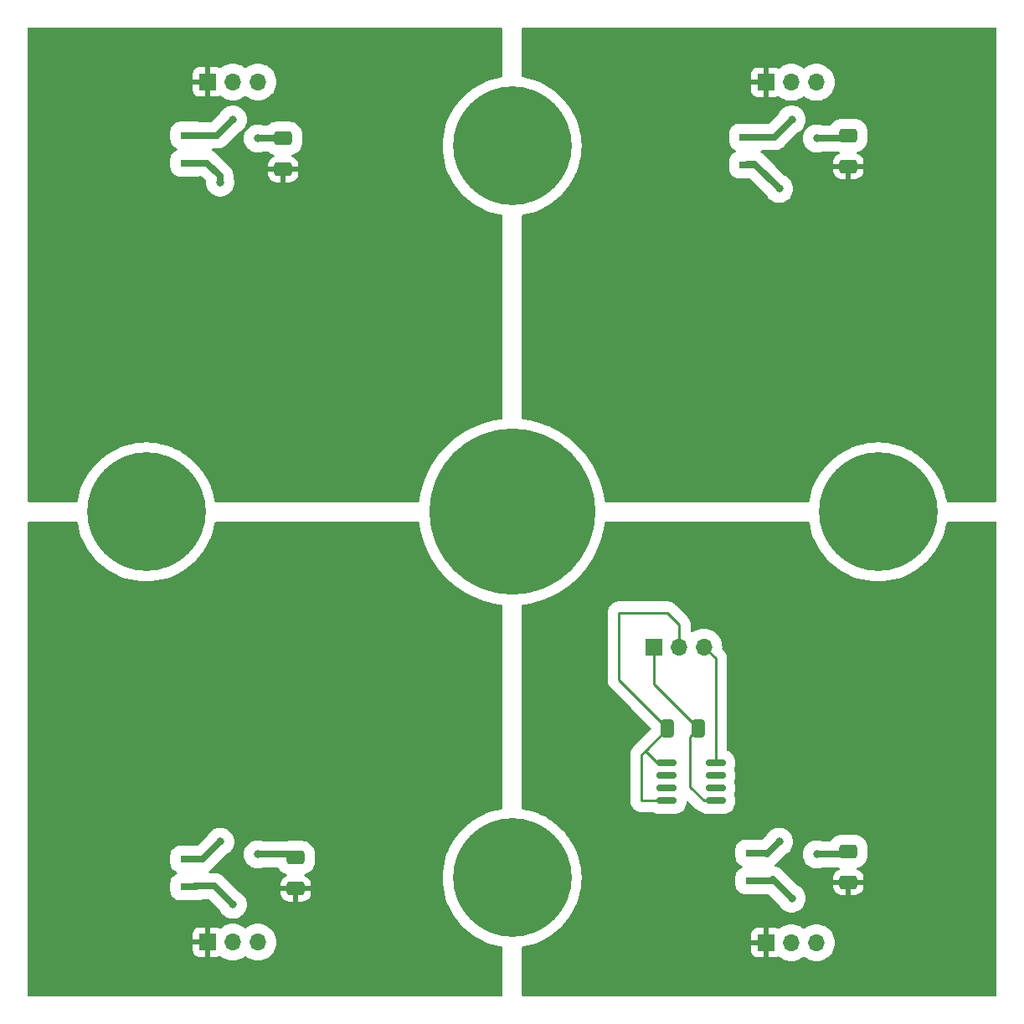
<source format=gbr>
%TF.GenerationSoftware,KiCad,Pcbnew,7.0.5-0*%
%TF.CreationDate,2023-06-12T10:56:43-04:00*%
%TF.ProjectId,quad_sipm,71756164-5f73-4697-906d-2e6b69636164,rev?*%
%TF.SameCoordinates,Original*%
%TF.FileFunction,Copper,L2,Bot*%
%TF.FilePolarity,Positive*%
%FSLAX46Y46*%
G04 Gerber Fmt 4.6, Leading zero omitted, Abs format (unit mm)*
G04 Created by KiCad (PCBNEW 7.0.5-0) date 2023-06-12 10:56:43*
%MOMM*%
%LPD*%
G01*
G04 APERTURE LIST*
G04 Aperture macros list*
%AMRoundRect*
0 Rectangle with rounded corners*
0 $1 Rounding radius*
0 $2 $3 $4 $5 $6 $7 $8 $9 X,Y pos of 4 corners*
0 Add a 4 corners polygon primitive as box body*
4,1,4,$2,$3,$4,$5,$6,$7,$8,$9,$2,$3,0*
0 Add four circle primitives for the rounded corners*
1,1,$1+$1,$2,$3*
1,1,$1+$1,$4,$5*
1,1,$1+$1,$6,$7*
1,1,$1+$1,$8,$9*
0 Add four rect primitives between the rounded corners*
20,1,$1+$1,$2,$3,$4,$5,0*
20,1,$1+$1,$4,$5,$6,$7,0*
20,1,$1+$1,$6,$7,$8,$9,0*
20,1,$1+$1,$8,$9,$2,$3,0*%
G04 Aperture macros list end*
%TA.AperFunction,ComponentPad*%
%ADD10C,16.800000*%
%TD*%
%TA.AperFunction,ComponentPad*%
%ADD11C,12.000000*%
%TD*%
%TA.AperFunction,ComponentPad*%
%ADD12R,1.700000X1.700000*%
%TD*%
%TA.AperFunction,ComponentPad*%
%ADD13O,1.700000X1.700000*%
%TD*%
%TA.AperFunction,SMDPad,CuDef*%
%ADD14RoundRect,0.250000X0.650000X-0.412500X0.650000X0.412500X-0.650000X0.412500X-0.650000X-0.412500X0*%
%TD*%
%TA.AperFunction,SMDPad,CuDef*%
%ADD15R,1.699200X0.701600*%
%TD*%
%TA.AperFunction,SMDPad,CuDef*%
%ADD16RoundRect,0.150000X0.825000X0.150000X-0.825000X0.150000X-0.825000X-0.150000X0.825000X-0.150000X0*%
%TD*%
%TA.AperFunction,SMDPad,CuDef*%
%ADD17RoundRect,0.250000X-0.412500X-0.650000X0.412500X-0.650000X0.412500X0.650000X-0.412500X0.650000X0*%
%TD*%
%TA.AperFunction,ViaPad*%
%ADD18C,0.800000*%
%TD*%
%TA.AperFunction,Conductor*%
%ADD19C,0.635000*%
%TD*%
%TA.AperFunction,Conductor*%
%ADD20C,0.250000*%
%TD*%
G04 APERTURE END LIST*
D10*
%TO.P,H2,1*%
%TO.N,N/C*%
X100000000Y-100000000D03*
%TD*%
D11*
%TO.P,H3,1*%
%TO.N,N/C*%
X100000000Y-137000000D03*
%TD*%
%TO.P,H4,1*%
%TO.N,N/C*%
X137000000Y-100000000D03*
%TD*%
%TO.P,H5,1*%
%TO.N,N/C*%
X63000000Y-100000000D03*
%TD*%
%TO.P,H1,1*%
%TO.N,N/C*%
X100000000Y-63000000D03*
%TD*%
D12*
%TO.P,J5,1,Pin_1*%
%TO.N,Net-(J5-Pin_1)*%
X114300000Y-113665000D03*
D13*
%TO.P,J5,2,Pin_2*%
%TO.N,Net-(J5-Pin_2)*%
X116840000Y-113665000D03*
%TO.P,J5,3,Pin_3*%
%TO.N,Net-(J5-Pin_3)*%
X119380000Y-113665000D03*
%TD*%
D12*
%TO.P,J1,1,Pin_1*%
%TO.N,Net-(J1-Pin_1)*%
X125685000Y-143555000D03*
D13*
%TO.P,J1,2,Pin_2*%
%TO.N,Net-(J1-Pin_2)*%
X128225000Y-143555000D03*
%TO.P,J1,3,Pin_3*%
%TO.N,Net-(J1-Pin_3)*%
X130765000Y-143555000D03*
%TD*%
D14*
%TO.P,C4,1*%
%TO.N,Net-(J4-Pin_1)*%
X76835000Y-65355000D03*
%TO.P,C4,2*%
%TO.N,Net-(J4-Pin_3)*%
X76835000Y-62230000D03*
%TD*%
D12*
%TO.P,J3,1,Pin_1*%
%TO.N,Net-(J3-Pin_1)*%
X125685000Y-56560000D03*
D13*
%TO.P,J3,2,Pin_2*%
%TO.N,Net-(J3-Pin_2)*%
X128225000Y-56560000D03*
%TO.P,J3,3,Pin_3*%
%TO.N,Net-(J3-Pin_3)*%
X130765000Y-56560000D03*
%TD*%
D12*
%TO.P,J4,1,Pin_1*%
%TO.N,Net-(J4-Pin_1)*%
X69215000Y-56515000D03*
D13*
%TO.P,J4,2,Pin_2*%
%TO.N,Net-(J4-Pin_2)*%
X71755000Y-56515000D03*
%TO.P,J4,3,Pin_3*%
%TO.N,Net-(J4-Pin_3)*%
X74295000Y-56515000D03*
%TD*%
D14*
%TO.P,C3,1*%
%TO.N,Net-(J3-Pin_1)*%
X133985000Y-65062500D03*
%TO.P,C3,2*%
%TO.N,Net-(J3-Pin_3)*%
X133985000Y-61937500D03*
%TD*%
D12*
%TO.P,J2,1,Pin_1*%
%TO.N,Net-(J2-Pin_1)*%
X69215000Y-143510000D03*
D13*
%TO.P,J2,2,Pin_2*%
%TO.N,Net-(J2-Pin_2)*%
X71755000Y-143510000D03*
%TO.P,J2,3,Pin_3*%
%TO.N,Net-(J2-Pin_3)*%
X74295000Y-143510000D03*
%TD*%
D14*
%TO.P,C1,1*%
%TO.N,Net-(J1-Pin_1)*%
X133985000Y-137452500D03*
%TO.P,C1,2*%
%TO.N,Net-(J1-Pin_3)*%
X133985000Y-134327500D03*
%TD*%
%TO.P,C2,1*%
%TO.N,Net-(J2-Pin_1)*%
X78105000Y-138087500D03*
%TO.P,C2,2*%
%TO.N,Net-(J2-Pin_3)*%
X78105000Y-134962500D03*
%TD*%
D15*
%TO.P,R3,1*%
%TO.N,Net-(J3-Pin_2)*%
X123825000Y-62099200D03*
%TO.P,R3,2*%
%TO.N,Net-(D3-A-PadB2)*%
X123825000Y-64900800D03*
%TD*%
D16*
%TO.P,U1,1,Vout*%
%TO.N,Net-(J5-Pin_3)*%
X120575000Y-125395000D03*
%TO.P,U1,2*%
%TO.N,N/C*%
X120575000Y-126665000D03*
%TO.P,U1,3*%
X120575000Y-127935000D03*
%TO.P,U1,4,GND*%
%TO.N,Net-(J5-Pin_1)*%
X120575000Y-129205000D03*
%TO.P,U1,5,~{SHUTDOWN}*%
%TO.N,Net-(J5-Pin_2)*%
X115625000Y-129205000D03*
%TO.P,U1,6*%
%TO.N,N/C*%
X115625000Y-127935000D03*
%TO.P,U1,7*%
X115625000Y-126665000D03*
%TO.P,U1,8,+Vs*%
%TO.N,Net-(J5-Pin_2)*%
X115625000Y-125395000D03*
%TD*%
D17*
%TO.P,C5,1*%
%TO.N,Net-(J5-Pin_2)*%
X115737500Y-121900000D03*
%TO.P,C5,2*%
%TO.N,Net-(J5-Pin_1)*%
X118862500Y-121900000D03*
%TD*%
D15*
%TO.P,R4,1*%
%TO.N,Net-(D4-A-PadB2)*%
X67310000Y-64719200D03*
%TO.P,R4,2*%
%TO.N,Net-(J4-Pin_2)*%
X67310000Y-61917600D03*
%TD*%
%TO.P,R2,1*%
%TO.N,Net-(D2-A-PadB2)*%
X67310000Y-135124200D03*
%TO.P,R2,2*%
%TO.N,Net-(J2-Pin_2)*%
X67310000Y-137925800D03*
%TD*%
%TO.P,R1,1*%
%TO.N,Net-(D1-A-PadB2)*%
X124460000Y-134489200D03*
%TO.P,R1,2*%
%TO.N,Net-(J1-Pin_2)*%
X124460000Y-137290800D03*
%TD*%
D18*
%TO.N,Net-(J1-Pin_3)*%
X130810000Y-134620000D03*
%TO.N,Net-(J2-Pin_3)*%
X74295000Y-134620000D03*
%TO.N,Net-(J3-Pin_3)*%
X130810000Y-62230000D03*
%TO.N,Net-(J4-Pin_3)*%
X74295000Y-62230000D03*
%TO.N,Net-(D1-A-PadB2)*%
X127000000Y-133350000D03*
%TO.N,Net-(J2-Pin_2)*%
X71755000Y-139700000D03*
%TO.N,Net-(J3-Pin_2)*%
X128270000Y-60325000D03*
%TO.N,Net-(J4-Pin_2)*%
X71755000Y-60325000D03*
%TO.N,Net-(J1-Pin_2)*%
X128270000Y-139065000D03*
%TO.N,Net-(D2-A-PadB2)*%
X70485000Y-133350000D03*
%TO.N,Net-(D3-A-PadB2)*%
X127000000Y-67310000D03*
%TO.N,Net-(D4-A-PadB2)*%
X70485000Y-66675000D03*
%TD*%
D19*
%TO.N,Net-(J1-Pin_3)*%
X130810000Y-134620000D02*
X133692500Y-134620000D01*
X133692500Y-134620000D02*
X133985000Y-134327500D01*
%TO.N,Net-(J2-Pin_3)*%
X77762500Y-134620000D02*
X78105000Y-134962500D01*
X74295000Y-134620000D02*
X77762500Y-134620000D01*
%TO.N,Net-(J3-Pin_3)*%
X130810000Y-62230000D02*
X133692500Y-62230000D01*
X133692500Y-62230000D02*
X133985000Y-61937500D01*
%TO.N,Net-(J4-Pin_3)*%
X74295000Y-62230000D02*
X76835000Y-62230000D01*
D20*
%TO.N,Net-(J5-Pin_2)*%
X113100000Y-124537500D02*
X113468750Y-124168750D01*
X115248928Y-129205000D02*
X115243928Y-129200000D01*
X110800000Y-110200000D02*
X115700000Y-110200000D01*
X115625000Y-125395000D02*
X114695000Y-125395000D01*
X116915000Y-111415000D02*
X116915000Y-113700000D01*
X113100000Y-129200000D02*
X113100000Y-124537500D01*
X115737500Y-121900000D02*
X110800000Y-116962500D01*
X114695000Y-125395000D02*
X113468750Y-124168750D01*
X115700000Y-110200000D02*
X116915000Y-111415000D01*
X110800000Y-116962500D02*
X110800000Y-110200000D01*
X113468750Y-124168750D02*
X115737500Y-121900000D01*
X115625000Y-129205000D02*
X115248928Y-129205000D01*
X115243928Y-129200000D02*
X113100000Y-129200000D01*
%TO.N,Net-(J5-Pin_1)*%
X119395000Y-129205000D02*
X118000000Y-127810000D01*
X114375000Y-117412500D02*
X114375000Y-113700000D01*
X120575000Y-129205000D02*
X119395000Y-129205000D01*
X118000000Y-122762500D02*
X118862500Y-121900000D01*
X118000000Y-127810000D02*
X118000000Y-122762500D01*
X118862500Y-121900000D02*
X114375000Y-117412500D01*
D19*
%TO.N,Net-(D1-A-PadB2)*%
X125730000Y-134620000D02*
X125599200Y-134489200D01*
X125599200Y-134489200D02*
X124460000Y-134489200D01*
X127000000Y-133350000D02*
X125730000Y-134620000D01*
%TO.N,Net-(J2-Pin_2)*%
X69896700Y-137841700D02*
X67945000Y-137841700D01*
X71755000Y-139700000D02*
X69896700Y-137841700D01*
%TO.N,Net-(J3-Pin_2)*%
X123825000Y-62099200D02*
X126495800Y-62099200D01*
X126495800Y-62099200D02*
X128270000Y-60325000D01*
%TO.N,Net-(J4-Pin_2)*%
X70162400Y-61917600D02*
X71755000Y-60325000D01*
X67310000Y-61917600D02*
X70162400Y-61917600D01*
%TO.N,Net-(J1-Pin_2)*%
X126365000Y-137160000D02*
X126234200Y-137290800D01*
X126234200Y-137290800D02*
X124460000Y-137290800D01*
X128270000Y-139065000D02*
X126365000Y-137160000D01*
D20*
%TO.N,Net-(J5-Pin_3)*%
X120575000Y-125395000D02*
X120575000Y-114820000D01*
X120575000Y-114820000D02*
X119455000Y-113700000D01*
D19*
%TO.N,Net-(D2-A-PadB2)*%
X70485000Y-133350000D02*
X68710800Y-135124200D01*
X68710800Y-135124200D02*
X67310000Y-135124200D01*
%TO.N,Net-(D3-A-PadB2)*%
X127000000Y-67310000D02*
X124506700Y-64816700D01*
X124506700Y-64816700D02*
X123825000Y-64816700D01*
%TO.N,Net-(D4-A-PadB2)*%
X70485000Y-66040000D02*
X69164200Y-64719200D01*
X70485000Y-66675000D02*
X70485000Y-66040000D01*
X69164200Y-64719200D02*
X67310000Y-64719200D01*
%TD*%
%TA.AperFunction,Conductor*%
%TO.N,Net-(J3-Pin_1)*%
G36*
X148942121Y-51020002D02*
G01*
X148988614Y-51073658D01*
X149000000Y-51126000D01*
X149000000Y-98874000D01*
X148979998Y-98942121D01*
X148926342Y-98988614D01*
X148874000Y-99000000D01*
X144056178Y-99000000D01*
X143988057Y-98979998D01*
X143941564Y-98926342D01*
X143932375Y-98897425D01*
X143897659Y-98713953D01*
X143845369Y-98437589D01*
X143709468Y-97930403D01*
X143580392Y-97561525D01*
X143536049Y-97434799D01*
X143536048Y-97434798D01*
X143536046Y-97434791D01*
X143326072Y-96953524D01*
X143326069Y-96953519D01*
X143326062Y-96953503D01*
X143171250Y-96660588D01*
X143080719Y-96489295D01*
X143080709Y-96489279D01*
X142801366Y-96044706D01*
X142801354Y-96044689D01*
X142489561Y-95622224D01*
X142489548Y-95622208D01*
X142147067Y-95224239D01*
X142147058Y-95224228D01*
X142147045Y-95224215D01*
X142147034Y-95224203D01*
X141775796Y-94852965D01*
X141775784Y-94852954D01*
X141775772Y-94852942D01*
X141674361Y-94765671D01*
X141377791Y-94510451D01*
X141377775Y-94510438D01*
X140955310Y-94198645D01*
X140955293Y-94198633D01*
X140510720Y-93919290D01*
X140510712Y-93919285D01*
X140510705Y-93919281D01*
X140465089Y-93895172D01*
X140046496Y-93673937D01*
X140046470Y-93673925D01*
X139862513Y-93593666D01*
X139565209Y-93463954D01*
X139565202Y-93463951D01*
X139565200Y-93463950D01*
X139069605Y-93290534D01*
X138562412Y-93154631D01*
X138046487Y-93057013D01*
X137524711Y-92998222D01*
X137000000Y-92978590D01*
X136475288Y-92998222D01*
X135953512Y-93057013D01*
X135437587Y-93154631D01*
X134930394Y-93290534D01*
X134434799Y-93463950D01*
X134434796Y-93463952D01*
X133953529Y-93673925D01*
X133953503Y-93673937D01*
X133489300Y-93919278D01*
X133489279Y-93919290D01*
X133044706Y-94198633D01*
X133044689Y-94198645D01*
X132622224Y-94510438D01*
X132622208Y-94510451D01*
X132224239Y-94852932D01*
X132224203Y-94852965D01*
X131852965Y-95224203D01*
X131852932Y-95224239D01*
X131510451Y-95622208D01*
X131510438Y-95622224D01*
X131198645Y-96044689D01*
X131198633Y-96044706D01*
X130919290Y-96489279D01*
X130919278Y-96489300D01*
X130673937Y-96953503D01*
X130673925Y-96953529D01*
X130463952Y-97434796D01*
X130463950Y-97434799D01*
X130290534Y-97930394D01*
X130154631Y-98437587D01*
X130067625Y-98897425D01*
X130035308Y-98960639D01*
X129973944Y-98996347D01*
X129943822Y-99000000D01*
X109477770Y-99000000D01*
X109409649Y-98979998D01*
X109363156Y-98926342D01*
X109352377Y-98886350D01*
X109340942Y-98770251D01*
X109340941Y-98770249D01*
X109340941Y-98770242D01*
X109240512Y-98161948D01*
X109186523Y-97930403D01*
X109100512Y-97561520D01*
X108921547Y-96971555D01*
X108921545Y-96971547D01*
X108740040Y-96489300D01*
X108704372Y-96394531D01*
X108449926Y-95832958D01*
X108159296Y-95289228D01*
X107833728Y-94765671D01*
X107474613Y-94264527D01*
X107083492Y-93787944D01*
X106662038Y-93337962D01*
X106212056Y-92916508D01*
X105735473Y-92525387D01*
X105234329Y-92166272D01*
X104710772Y-91840704D01*
X104710771Y-91840703D01*
X104167054Y-91550080D01*
X104167037Y-91550071D01*
X103754548Y-91363174D01*
X103605469Y-91295628D01*
X103605464Y-91295626D01*
X103028452Y-91078454D01*
X103028444Y-91078452D01*
X102438479Y-90899487D01*
X101838066Y-90759490D01*
X101229760Y-90659059D01*
X101113649Y-90647622D01*
X101047817Y-90621039D01*
X101006807Y-90563084D01*
X101000000Y-90522229D01*
X101000000Y-70056178D01*
X101020002Y-69988057D01*
X101073658Y-69941564D01*
X101102575Y-69932375D01*
X101257671Y-69903028D01*
X101562411Y-69845369D01*
X102069597Y-69709468D01*
X102565209Y-69536046D01*
X103046476Y-69326072D01*
X103046487Y-69326065D01*
X103046496Y-69326062D01*
X103198527Y-69245710D01*
X103510705Y-69080719D01*
X103955301Y-68801361D01*
X104377778Y-68489559D01*
X104775772Y-68147058D01*
X105147058Y-67775772D01*
X105489559Y-67377778D01*
X105801361Y-66955301D01*
X106080719Y-66510705D01*
X106287166Y-66120090D01*
X106326062Y-66046496D01*
X106326065Y-66046487D01*
X106326072Y-66046476D01*
X106536046Y-65565209D01*
X106628307Y-65301542D01*
X121958900Y-65301542D01*
X121973606Y-65450860D01*
X121973606Y-65450863D01*
X122031732Y-65642477D01*
X122031734Y-65642483D01*
X122112670Y-65793902D01*
X122126122Y-65819069D01*
X122253148Y-65973852D01*
X122407931Y-66100878D01*
X122584520Y-66195267D01*
X122776131Y-66253392D01*
X122776136Y-66253392D01*
X122776138Y-66253393D01*
X122885469Y-66264160D01*
X122925466Y-66268100D01*
X124019349Y-66268100D01*
X124087470Y-66288102D01*
X124108444Y-66305005D01*
X125701953Y-67898514D01*
X125728245Y-67936995D01*
X125749955Y-67986489D01*
X125854865Y-68147067D01*
X125878351Y-68183014D01*
X126037342Y-68355725D01*
X126222592Y-68499910D01*
X126222593Y-68499911D01*
X126429048Y-68611639D01*
X126429050Y-68611640D01*
X126545622Y-68651659D01*
X126651078Y-68687862D01*
X126882625Y-68726500D01*
X126882629Y-68726500D01*
X127117371Y-68726500D01*
X127117375Y-68726500D01*
X127348922Y-68687862D01*
X127570952Y-68611639D01*
X127777407Y-68499911D01*
X127962658Y-68355725D01*
X128121649Y-68183014D01*
X128250044Y-67986490D01*
X128344342Y-67771513D01*
X128401970Y-67543947D01*
X128421355Y-67310000D01*
X128401970Y-67076053D01*
X128401969Y-67076049D01*
X128401968Y-67076043D01*
X128344342Y-66848487D01*
X128344340Y-66848483D01*
X128250044Y-66633510D01*
X128121651Y-66436989D01*
X128121650Y-66436988D01*
X128121649Y-66436986D01*
X127962658Y-66264275D01*
X127873994Y-66195265D01*
X127777409Y-66120090D01*
X127641371Y-66046470D01*
X127617539Y-66033572D01*
X127588416Y-66011855D01*
X126893061Y-65316500D01*
X132450000Y-65316500D01*
X132450000Y-65536938D01*
X132456082Y-65614210D01*
X132504230Y-65793902D01*
X132588687Y-65959658D01*
X132588688Y-65959661D01*
X132705763Y-66104236D01*
X132850338Y-66221311D01*
X132850341Y-66221312D01*
X133016097Y-66305769D01*
X133195789Y-66353917D01*
X133273061Y-66360000D01*
X133731000Y-66360000D01*
X133731000Y-65316500D01*
X134239000Y-65316500D01*
X134239000Y-66360000D01*
X134696939Y-66360000D01*
X134774210Y-66353917D01*
X134953902Y-66305769D01*
X135119658Y-66221312D01*
X135119661Y-66221311D01*
X135264236Y-66104236D01*
X135381311Y-65959661D01*
X135381312Y-65959658D01*
X135465769Y-65793902D01*
X135513917Y-65614210D01*
X135520000Y-65536938D01*
X135520000Y-65316500D01*
X134239000Y-65316500D01*
X133731000Y-65316500D01*
X132450000Y-65316500D01*
X126893061Y-65316500D01*
X126646158Y-65069597D01*
X125408794Y-63832233D01*
X125408793Y-63832232D01*
X125388125Y-63811564D01*
X125367458Y-63790896D01*
X125367456Y-63790894D01*
X125321813Y-63758935D01*
X125317450Y-63755587D01*
X125274780Y-63719782D01*
X125274779Y-63719781D01*
X125274774Y-63719777D01*
X125266603Y-63715059D01*
X125245741Y-63703013D01*
X125242264Y-63700851D01*
X125242077Y-63700726D01*
X125238941Y-63699050D01*
X125237170Y-63698066D01*
X125226510Y-63691911D01*
X125221881Y-63688961D01*
X125183966Y-63662413D01*
X125139638Y-63606956D01*
X125132329Y-63536336D01*
X125164360Y-63472976D01*
X125225561Y-63436991D01*
X125256237Y-63433200D01*
X126612507Y-63433200D01*
X126612510Y-63433200D01*
X126667382Y-63423524D01*
X126672814Y-63422809D01*
X126728332Y-63417952D01*
X126782174Y-63403524D01*
X126787492Y-63402345D01*
X126836860Y-63393640D01*
X126842378Y-63392668D01*
X126842379Y-63392668D01*
X126842380Y-63392667D01*
X126842383Y-63392667D01*
X126894735Y-63373611D01*
X126899975Y-63371960D01*
X126953798Y-63357539D01*
X127004291Y-63333992D01*
X127009352Y-63331895D01*
X127061727Y-63312834D01*
X127110008Y-63284957D01*
X127114842Y-63282441D01*
X127165348Y-63258891D01*
X127210997Y-63226925D01*
X127215594Y-63223997D01*
X127263874Y-63196123D01*
X127306568Y-63160296D01*
X127310911Y-63156965D01*
X127356554Y-63125007D01*
X127539327Y-62942234D01*
X127539329Y-62942231D01*
X128251560Y-62229999D01*
X129388645Y-62229999D01*
X129408030Y-62463950D01*
X129408031Y-62463956D01*
X129465657Y-62691512D01*
X129465659Y-62691516D01*
X129559955Y-62906489D01*
X129594885Y-62959954D01*
X129688351Y-63103014D01*
X129745367Y-63164950D01*
X129831841Y-63258887D01*
X129847342Y-63275725D01*
X129992722Y-63388878D01*
X130032592Y-63419910D01*
X130032593Y-63419911D01*
X130239048Y-63531639D01*
X130239050Y-63531640D01*
X130333312Y-63564000D01*
X130461078Y-63607862D01*
X130692625Y-63646500D01*
X130692629Y-63646500D01*
X130927371Y-63646500D01*
X130927375Y-63646500D01*
X131158922Y-63607862D01*
X131253758Y-63575305D01*
X131266802Y-63570827D01*
X131307714Y-63564000D01*
X132953909Y-63564000D01*
X132984691Y-63567817D01*
X133014407Y-63575305D01*
X133075574Y-63611343D01*
X133107549Y-63674732D01*
X133100178Y-63745345D01*
X133055801Y-63800763D01*
X133022106Y-63816459D01*
X133022262Y-63816863D01*
X133016455Y-63819091D01*
X133016247Y-63819189D01*
X133016100Y-63819228D01*
X132850341Y-63903687D01*
X132850338Y-63903688D01*
X132705763Y-64020763D01*
X132588688Y-64165338D01*
X132588687Y-64165341D01*
X132504230Y-64331097D01*
X132456082Y-64510789D01*
X132450000Y-64588061D01*
X132450000Y-64808500D01*
X135520000Y-64808500D01*
X135520000Y-64588061D01*
X135513917Y-64510789D01*
X135465769Y-64331097D01*
X135381312Y-64165341D01*
X135381311Y-64165338D01*
X135264236Y-64020763D01*
X135119661Y-63903688D01*
X135119658Y-63903687D01*
X134953899Y-63819228D01*
X134953757Y-63819190D01*
X134953683Y-63819145D01*
X134947738Y-63816863D01*
X134948155Y-63815775D01*
X134893137Y-63782233D01*
X134862121Y-63718370D01*
X134870555Y-63647876D01*
X134915763Y-63593133D01*
X134955588Y-63575306D01*
X135054989Y-63550260D01*
X135262554Y-63455979D01*
X135449950Y-63326152D01*
X135611152Y-63164950D01*
X135740979Y-62977554D01*
X135835260Y-62769989D01*
X135890963Y-62548925D01*
X135901500Y-62415042D01*
X135901500Y-61459958D01*
X135890963Y-61326075D01*
X135835260Y-61105011D01*
X135755021Y-60928360D01*
X135740981Y-60897450D01*
X135740980Y-60897449D01*
X135740979Y-60897446D01*
X135611152Y-60710050D01*
X135611150Y-60710048D01*
X135611142Y-60710039D01*
X135449960Y-60548857D01*
X135449951Y-60548849D01*
X135285328Y-60434799D01*
X135262554Y-60419021D01*
X135262552Y-60419020D01*
X135262549Y-60419018D01*
X135054994Y-60324742D01*
X135054991Y-60324741D01*
X135054989Y-60324740D01*
X134833925Y-60269037D01*
X134700042Y-60258500D01*
X133269958Y-60258500D01*
X133136075Y-60269037D01*
X133136071Y-60269037D01*
X133136070Y-60269038D01*
X132915014Y-60324739D01*
X132915005Y-60324742D01*
X132707450Y-60419018D01*
X132520048Y-60548849D01*
X132520039Y-60548857D01*
X132358857Y-60710039D01*
X132358850Y-60710048D01*
X132358848Y-60710050D01*
X132287179Y-60813500D01*
X132267604Y-60841755D01*
X132212368Y-60886359D01*
X132164031Y-60896000D01*
X131307714Y-60896000D01*
X131266802Y-60889173D01*
X131158926Y-60852139D01*
X131158917Y-60852137D01*
X131112877Y-60844454D01*
X130927375Y-60813500D01*
X130692625Y-60813500D01*
X130538076Y-60839289D01*
X130461082Y-60852137D01*
X130461073Y-60852139D01*
X130239050Y-60928359D01*
X130239048Y-60928360D01*
X130032593Y-61040088D01*
X130032592Y-61040089D01*
X129847339Y-61184277D01*
X129688348Y-61356989D01*
X129559955Y-61553510D01*
X129465659Y-61768483D01*
X129465657Y-61768487D01*
X129408031Y-61996043D01*
X129408030Y-61996049D01*
X129388645Y-62229999D01*
X128251560Y-62229999D01*
X128858419Y-61623140D01*
X128887541Y-61601425D01*
X129047407Y-61514911D01*
X129232658Y-61370725D01*
X129391649Y-61198014D01*
X129520044Y-61001490D01*
X129614342Y-60786513D01*
X129671970Y-60558947D01*
X129691355Y-60325000D01*
X129671970Y-60091053D01*
X129671969Y-60091049D01*
X129671968Y-60091043D01*
X129614342Y-59863487D01*
X129614340Y-59863483D01*
X129558633Y-59736485D01*
X129520044Y-59648510D01*
X129391649Y-59451986D01*
X129232658Y-59279275D01*
X129047407Y-59135089D01*
X129047406Y-59135088D01*
X128840951Y-59023360D01*
X128840949Y-59023359D01*
X128618926Y-58947139D01*
X128618917Y-58947137D01*
X128572877Y-58939454D01*
X128387375Y-58908500D01*
X128152625Y-58908500D01*
X127998076Y-58934289D01*
X127921082Y-58947137D01*
X127921073Y-58947139D01*
X127699050Y-59023359D01*
X127699048Y-59023360D01*
X127492593Y-59135088D01*
X127492592Y-59135089D01*
X127307339Y-59279277D01*
X127148348Y-59451989D01*
X127019958Y-59648506D01*
X127019950Y-59648520D01*
X126998243Y-59698006D01*
X126971952Y-59736485D01*
X125980142Y-60728296D01*
X125917832Y-60762320D01*
X125891049Y-60765200D01*
X124953847Y-60765200D01*
X124917272Y-60759774D01*
X124873869Y-60746608D01*
X124873860Y-60746606D01*
X124724542Y-60731900D01*
X124724534Y-60731900D01*
X122925466Y-60731900D01*
X122925457Y-60731900D01*
X122776139Y-60746606D01*
X122776136Y-60746606D01*
X122584522Y-60804732D01*
X122584516Y-60804734D01*
X122407933Y-60899120D01*
X122253148Y-61026148D01*
X122126120Y-61180933D01*
X122031734Y-61357516D01*
X122031732Y-61357522D01*
X121973606Y-61549136D01*
X121973606Y-61549139D01*
X121958900Y-61698457D01*
X121958900Y-62499942D01*
X121973606Y-62649260D01*
X121973606Y-62649263D01*
X122031732Y-62840877D01*
X122031734Y-62840883D01*
X122126120Y-63017466D01*
X122126122Y-63017469D01*
X122253148Y-63172252D01*
X122407931Y-63299278D01*
X122407933Y-63299279D01*
X122575560Y-63388878D01*
X122626208Y-63438630D01*
X122641918Y-63507867D01*
X122617702Y-63574606D01*
X122575560Y-63611122D01*
X122407933Y-63700720D01*
X122253148Y-63827748D01*
X122126120Y-63982533D01*
X122031734Y-64159116D01*
X122031732Y-64159122D01*
X121973606Y-64350736D01*
X121973606Y-64350739D01*
X121958900Y-64500057D01*
X121958900Y-65301542D01*
X106628307Y-65301542D01*
X106709468Y-65069597D01*
X106845369Y-64562411D01*
X106942987Y-64046487D01*
X107001777Y-63524711D01*
X107021410Y-63000000D01*
X107001777Y-62475289D01*
X106942987Y-61953513D01*
X106845369Y-61437589D01*
X106709468Y-60930403D01*
X106709465Y-60930394D01*
X106536049Y-60434799D01*
X106536048Y-60434798D01*
X106536046Y-60434791D01*
X106326072Y-59953524D01*
X106326069Y-59953519D01*
X106326062Y-59953503D01*
X106164865Y-59648506D01*
X106080719Y-59489295D01*
X105858157Y-59135089D01*
X105801366Y-59044706D01*
X105801354Y-59044689D01*
X105489561Y-58622224D01*
X105489548Y-58622208D01*
X105147067Y-58224239D01*
X105147058Y-58224228D01*
X105147045Y-58224215D01*
X105147034Y-58224203D01*
X104775796Y-57852965D01*
X104775784Y-57852954D01*
X104775772Y-57852942D01*
X104689864Y-57779012D01*
X104377791Y-57510451D01*
X104377775Y-57510438D01*
X104328587Y-57474136D01*
X124200000Y-57474136D01*
X124202832Y-57510117D01*
X124202834Y-57510130D01*
X124247595Y-57664197D01*
X124329261Y-57802285D01*
X124329266Y-57802292D01*
X124442707Y-57915733D01*
X124442714Y-57915738D01*
X124580802Y-57997404D01*
X124734869Y-58042165D01*
X124734882Y-58042167D01*
X124770863Y-58044999D01*
X124770865Y-58045000D01*
X125431000Y-58045000D01*
X125431000Y-56993674D01*
X125542685Y-57044680D01*
X125649237Y-57060000D01*
X125720763Y-57060000D01*
X125827315Y-57044680D01*
X125939000Y-56993674D01*
X125939000Y-58045000D01*
X126599135Y-58045000D01*
X126599136Y-58044999D01*
X126635117Y-58042167D01*
X126635130Y-58042165D01*
X126789195Y-57997404D01*
X126852058Y-57960227D01*
X126920874Y-57942767D01*
X126988205Y-57965283D01*
X126998723Y-57973467D01*
X126999575Y-57974205D01*
X126999580Y-57974210D01*
X127213316Y-58134211D01*
X127447647Y-58262165D01*
X127697803Y-58355468D01*
X127697806Y-58355468D01*
X127697810Y-58355470D01*
X127848788Y-58388313D01*
X127958691Y-58412221D01*
X128225000Y-58431268D01*
X128491309Y-58412221D01*
X128752188Y-58355470D01*
X128752189Y-58355470D01*
X128752190Y-58355469D01*
X128752197Y-58355468D01*
X129002353Y-58262165D01*
X129236684Y-58134211D01*
X129419491Y-57997362D01*
X129486011Y-57972552D01*
X129555385Y-57987643D01*
X129570507Y-57997361D01*
X129753316Y-58134211D01*
X129987647Y-58262165D01*
X130237803Y-58355468D01*
X130237806Y-58355468D01*
X130237810Y-58355470D01*
X130388788Y-58388313D01*
X130498691Y-58412221D01*
X130765000Y-58431268D01*
X131031309Y-58412221D01*
X131292188Y-58355470D01*
X131292189Y-58355470D01*
X131292190Y-58355469D01*
X131292197Y-58355468D01*
X131542353Y-58262165D01*
X131776684Y-58134211D01*
X131990420Y-57974210D01*
X132179210Y-57785420D01*
X132339211Y-57571684D01*
X132467165Y-57337353D01*
X132560468Y-57087197D01*
X132617221Y-56826309D01*
X132636268Y-56560000D01*
X132617221Y-56293691D01*
X132568043Y-56067625D01*
X132560470Y-56032811D01*
X132560470Y-56032810D01*
X132560468Y-56032806D01*
X132560468Y-56032803D01*
X132467165Y-55782647D01*
X132339211Y-55548316D01*
X132179210Y-55334580D01*
X131990420Y-55145790D01*
X131990417Y-55145788D01*
X131990414Y-55145785D01*
X131895856Y-55075000D01*
X131776684Y-54985789D01*
X131648728Y-54915920D01*
X131542352Y-54857834D01*
X131292189Y-54764529D01*
X131031311Y-54707779D01*
X131031313Y-54707779D01*
X130818261Y-54692541D01*
X130765000Y-54688732D01*
X130764999Y-54688732D01*
X130498687Y-54707779D01*
X130237811Y-54764529D01*
X130237810Y-54764529D01*
X129987647Y-54857834D01*
X129753316Y-54985789D01*
X129570509Y-55122636D01*
X129503988Y-55147447D01*
X129434614Y-55132355D01*
X129419491Y-55122636D01*
X129324673Y-55051657D01*
X129236684Y-54985789D01*
X129108728Y-54915920D01*
X129002352Y-54857834D01*
X128752189Y-54764529D01*
X128491311Y-54707779D01*
X128491313Y-54707779D01*
X128278261Y-54692541D01*
X128225000Y-54688732D01*
X128224999Y-54688732D01*
X127958687Y-54707779D01*
X127697811Y-54764529D01*
X127697810Y-54764529D01*
X127447647Y-54857834D01*
X127213316Y-54985789D01*
X126999580Y-55145790D01*
X126998700Y-55146553D01*
X126998345Y-55146715D01*
X126995978Y-55148487D01*
X126995592Y-55147971D01*
X126934116Y-55176039D01*
X126863843Y-55165927D01*
X126852059Y-55159772D01*
X126789197Y-55122595D01*
X126635130Y-55077834D01*
X126635117Y-55077832D01*
X126599136Y-55075000D01*
X125939000Y-55075000D01*
X125939000Y-56126325D01*
X125827315Y-56075320D01*
X125720763Y-56060000D01*
X125649237Y-56060000D01*
X125542685Y-56075320D01*
X125431000Y-56126325D01*
X125431000Y-55075000D01*
X124770864Y-55075000D01*
X124734882Y-55077832D01*
X124734869Y-55077834D01*
X124580802Y-55122595D01*
X124442714Y-55204261D01*
X124442707Y-55204266D01*
X124329266Y-55317707D01*
X124329261Y-55317714D01*
X124247595Y-55455802D01*
X124202834Y-55609869D01*
X124202832Y-55609882D01*
X124200000Y-55645863D01*
X124200000Y-56306000D01*
X125253884Y-56306000D01*
X125225507Y-56350156D01*
X125185000Y-56488111D01*
X125185000Y-56631889D01*
X125225507Y-56769844D01*
X125253884Y-56814000D01*
X124200000Y-56814000D01*
X124200000Y-57474136D01*
X104328587Y-57474136D01*
X103955310Y-57198645D01*
X103955293Y-57198633D01*
X103510720Y-56919290D01*
X103510712Y-56919285D01*
X103510705Y-56919281D01*
X103456813Y-56890798D01*
X103046496Y-56673937D01*
X103046470Y-56673925D01*
X102785347Y-56559999D01*
X102565209Y-56463954D01*
X102565202Y-56463951D01*
X102565200Y-56463950D01*
X102069605Y-56290534D01*
X101562412Y-56154631D01*
X101102575Y-56067625D01*
X101039361Y-56035308D01*
X101003653Y-55973944D01*
X101000000Y-55943822D01*
X101000000Y-51126000D01*
X101020002Y-51057879D01*
X101073658Y-51011386D01*
X101126000Y-51000000D01*
X148874000Y-51000000D01*
X148942121Y-51020002D01*
G37*
%TD.AperFunction*%
%TD*%
%TA.AperFunction,Conductor*%
%TO.N,Net-(J4-Pin_1)*%
G36*
X98942121Y-51020002D02*
G01*
X98988614Y-51073658D01*
X99000000Y-51126000D01*
X99000000Y-55943822D01*
X98979998Y-56011943D01*
X98926342Y-56058436D01*
X98897425Y-56067625D01*
X98437587Y-56154631D01*
X97930394Y-56290534D01*
X97434799Y-56463950D01*
X97434796Y-56463952D01*
X96953529Y-56673925D01*
X96953503Y-56673937D01*
X96489300Y-56919278D01*
X96489279Y-56919290D01*
X96044706Y-57198633D01*
X96044689Y-57198645D01*
X95622224Y-57510438D01*
X95622208Y-57510451D01*
X95224239Y-57852932D01*
X95224203Y-57852965D01*
X94852965Y-58224203D01*
X94852932Y-58224239D01*
X94510451Y-58622208D01*
X94510438Y-58622224D01*
X94198645Y-59044689D01*
X94198633Y-59044706D01*
X93919290Y-59489279D01*
X93919278Y-59489300D01*
X93673937Y-59953503D01*
X93673925Y-59953529D01*
X93463952Y-60434796D01*
X93463950Y-60434799D01*
X93290534Y-60930394D01*
X93154631Y-61437587D01*
X93057013Y-61953512D01*
X92998222Y-62475288D01*
X92978590Y-62999999D01*
X92998222Y-63524711D01*
X93057013Y-64046487D01*
X93154631Y-64562412D01*
X93290534Y-65069605D01*
X93463950Y-65565200D01*
X93463951Y-65565202D01*
X93463954Y-65565209D01*
X93543828Y-65748282D01*
X93673925Y-66046470D01*
X93673937Y-66046496D01*
X93859046Y-66396736D01*
X93901414Y-66476900D01*
X93919278Y-66510699D01*
X93919290Y-66510720D01*
X94198633Y-66955293D01*
X94198645Y-66955310D01*
X94510438Y-67377775D01*
X94510451Y-67377791D01*
X94779012Y-67689864D01*
X94852942Y-67775772D01*
X94852954Y-67775784D01*
X94852965Y-67775796D01*
X95224203Y-68147034D01*
X95224215Y-68147045D01*
X95224228Y-68147058D01*
X95346780Y-68252522D01*
X95622208Y-68489548D01*
X95622224Y-68489561D01*
X96044689Y-68801354D01*
X96044706Y-68801366D01*
X96489279Y-69080709D01*
X96489295Y-69080719D01*
X96660588Y-69171250D01*
X96953503Y-69326062D01*
X96953519Y-69326069D01*
X96953524Y-69326072D01*
X97434791Y-69536046D01*
X97434798Y-69536048D01*
X97434799Y-69536049D01*
X97930394Y-69709465D01*
X97930403Y-69709468D01*
X98437589Y-69845369D01*
X98713953Y-69897659D01*
X98897425Y-69932375D01*
X98960639Y-69964692D01*
X98996347Y-70026056D01*
X99000000Y-70056178D01*
X99000000Y-90522229D01*
X98979998Y-90590350D01*
X98926342Y-90636843D01*
X98886351Y-90647622D01*
X98770239Y-90659059D01*
X98161933Y-90759490D01*
X97561520Y-90899487D01*
X96971555Y-91078452D01*
X96971547Y-91078454D01*
X96394535Y-91295626D01*
X95832962Y-91550071D01*
X95832945Y-91550080D01*
X95289227Y-91840704D01*
X94765671Y-92166272D01*
X94765667Y-92166274D01*
X94264529Y-92525385D01*
X94264528Y-92525386D01*
X93787943Y-92916509D01*
X93337962Y-93337962D01*
X92916509Y-93787943D01*
X92525386Y-94264528D01*
X92525385Y-94264529D01*
X92166274Y-94765667D01*
X92166272Y-94765671D01*
X91840704Y-95289227D01*
X91550080Y-95832945D01*
X91550071Y-95832962D01*
X91295626Y-96394535D01*
X91078454Y-96971547D01*
X91078452Y-96971555D01*
X90899487Y-97561520D01*
X90759490Y-98161933D01*
X90659060Y-98770235D01*
X90659057Y-98770251D01*
X90647623Y-98886350D01*
X90621040Y-98952183D01*
X90563086Y-98993192D01*
X90522230Y-99000000D01*
X70056178Y-99000000D01*
X69988057Y-98979998D01*
X69941564Y-98926342D01*
X69932375Y-98897425D01*
X69897659Y-98713953D01*
X69845369Y-98437589D01*
X69709468Y-97930403D01*
X69580392Y-97561525D01*
X69536049Y-97434799D01*
X69536048Y-97434798D01*
X69536046Y-97434791D01*
X69326072Y-96953524D01*
X69326069Y-96953519D01*
X69326062Y-96953503D01*
X69171250Y-96660588D01*
X69080719Y-96489295D01*
X69080709Y-96489279D01*
X68801366Y-96044706D01*
X68801354Y-96044689D01*
X68489561Y-95622224D01*
X68489548Y-95622208D01*
X68147067Y-95224239D01*
X68147058Y-95224228D01*
X68147045Y-95224215D01*
X68147034Y-95224203D01*
X67775796Y-94852965D01*
X67775784Y-94852954D01*
X67775772Y-94852942D01*
X67674361Y-94765671D01*
X67377791Y-94510451D01*
X67377775Y-94510438D01*
X66955310Y-94198645D01*
X66955293Y-94198633D01*
X66510720Y-93919290D01*
X66510712Y-93919285D01*
X66510705Y-93919281D01*
X66465089Y-93895172D01*
X66046496Y-93673937D01*
X66046470Y-93673925D01*
X65862513Y-93593666D01*
X65565209Y-93463954D01*
X65565202Y-93463951D01*
X65565200Y-93463950D01*
X65069605Y-93290534D01*
X64562412Y-93154631D01*
X64046487Y-93057013D01*
X63524711Y-92998222D01*
X63018923Y-92979298D01*
X63000000Y-92978590D01*
X62999999Y-92978590D01*
X62475288Y-92998222D01*
X61953512Y-93057013D01*
X61437587Y-93154631D01*
X60930394Y-93290534D01*
X60434799Y-93463950D01*
X60434796Y-93463952D01*
X59953529Y-93673925D01*
X59953503Y-93673937D01*
X59489300Y-93919278D01*
X59489279Y-93919290D01*
X59044706Y-94198633D01*
X59044689Y-94198645D01*
X58622224Y-94510438D01*
X58622208Y-94510451D01*
X58224239Y-94852932D01*
X58224203Y-94852965D01*
X57852965Y-95224203D01*
X57852932Y-95224239D01*
X57510451Y-95622208D01*
X57510438Y-95622224D01*
X57198645Y-96044689D01*
X57198633Y-96044706D01*
X56919290Y-96489279D01*
X56919278Y-96489300D01*
X56673937Y-96953503D01*
X56673925Y-96953529D01*
X56463952Y-97434796D01*
X56463950Y-97434799D01*
X56290534Y-97930394D01*
X56154631Y-98437587D01*
X56067625Y-98897425D01*
X56035308Y-98960639D01*
X55973944Y-98996347D01*
X55943822Y-99000000D01*
X51126000Y-99000000D01*
X51057879Y-98979998D01*
X51011386Y-98926342D01*
X51000000Y-98874000D01*
X51000000Y-65119942D01*
X65443900Y-65119942D01*
X65458606Y-65269260D01*
X65458606Y-65269263D01*
X65516732Y-65460877D01*
X65516734Y-65460883D01*
X65581474Y-65582002D01*
X65611122Y-65637469D01*
X65738148Y-65792252D01*
X65892931Y-65919278D01*
X66069520Y-66013667D01*
X66261131Y-66071792D01*
X66261136Y-66071792D01*
X66261138Y-66071793D01*
X66370469Y-66082560D01*
X66410466Y-66086500D01*
X66410475Y-66086500D01*
X68209525Y-66086500D01*
X68209534Y-66086500D01*
X68306779Y-66076922D01*
X68358860Y-66071793D01*
X68358860Y-66071792D01*
X68358869Y-66071792D01*
X68402272Y-66058625D01*
X68438847Y-66053200D01*
X68559449Y-66053200D01*
X68627570Y-66073202D01*
X68648544Y-66090105D01*
X69035339Y-66476900D01*
X69069365Y-66539212D01*
X69071814Y-66576398D01*
X69063645Y-66674998D01*
X69083030Y-66908950D01*
X69083031Y-66908956D01*
X69140657Y-67136512D01*
X69140659Y-67136516D01*
X69234955Y-67351489D01*
X69252130Y-67377778D01*
X69363351Y-67548014D01*
X69522342Y-67720725D01*
X69593067Y-67775772D01*
X69707592Y-67864910D01*
X69707593Y-67864911D01*
X69914048Y-67976639D01*
X69914050Y-67976640D01*
X70030622Y-68016659D01*
X70136078Y-68052862D01*
X70367625Y-68091500D01*
X70367629Y-68091500D01*
X70602371Y-68091500D01*
X70602375Y-68091500D01*
X70833922Y-68052862D01*
X71055952Y-67976639D01*
X71262407Y-67864911D01*
X71447658Y-67720725D01*
X71606649Y-67548014D01*
X71735044Y-67351490D01*
X71829342Y-67136513D01*
X71875229Y-66955310D01*
X71886968Y-66908956D01*
X71886969Y-66908950D01*
X71886970Y-66908947D01*
X71906355Y-66675000D01*
X71886970Y-66441053D01*
X71886969Y-66441049D01*
X71886968Y-66441043D01*
X71857800Y-66325867D01*
X71829342Y-66213487D01*
X71829337Y-66213475D01*
X71827650Y-66208560D01*
X71828394Y-66208304D01*
X71819000Y-66163490D01*
X71819000Y-65923289D01*
X71816076Y-65906710D01*
X71809324Y-65868419D01*
X71808608Y-65862980D01*
X71807846Y-65854275D01*
X71803752Y-65807468D01*
X71789328Y-65753639D01*
X71788143Y-65748297D01*
X71778467Y-65693416D01*
X71759414Y-65641069D01*
X71757760Y-65635823D01*
X71750573Y-65609000D01*
X75300000Y-65609000D01*
X75300000Y-65829438D01*
X75306082Y-65906710D01*
X75354230Y-66086402D01*
X75438687Y-66252158D01*
X75438688Y-66252161D01*
X75555763Y-66396736D01*
X75700338Y-66513811D01*
X75700341Y-66513812D01*
X75866097Y-66598269D01*
X76045789Y-66646417D01*
X76123061Y-66652500D01*
X76581000Y-66652500D01*
X76581000Y-65609000D01*
X77089000Y-65609000D01*
X77089000Y-66652500D01*
X77546939Y-66652500D01*
X77624210Y-66646417D01*
X77803902Y-66598269D01*
X77969658Y-66513812D01*
X77969661Y-66513811D01*
X78114236Y-66396736D01*
X78231311Y-66252161D01*
X78231312Y-66252158D01*
X78315769Y-66086402D01*
X78363917Y-65906710D01*
X78370000Y-65829438D01*
X78370000Y-65609000D01*
X77089000Y-65609000D01*
X76581000Y-65609000D01*
X75300000Y-65609000D01*
X71750573Y-65609000D01*
X71743339Y-65582002D01*
X71719784Y-65531490D01*
X71717689Y-65526430D01*
X71698633Y-65474073D01*
X71670772Y-65425817D01*
X71668233Y-65420939D01*
X71644691Y-65370452D01*
X71612728Y-65324806D01*
X71609781Y-65320179D01*
X71581925Y-65271928D01*
X71581923Y-65271925D01*
X71546111Y-65229247D01*
X71542763Y-65224884D01*
X71527656Y-65203310D01*
X71510807Y-65179246D01*
X71363476Y-65031915D01*
X71363474Y-65031912D01*
X71134851Y-64803289D01*
X70084014Y-63752453D01*
X70084013Y-63752451D01*
X70024955Y-63693394D01*
X70024953Y-63693392D01*
X69979313Y-63661434D01*
X69974952Y-63658088D01*
X69932274Y-63622277D01*
X69932273Y-63622276D01*
X69905420Y-63606772D01*
X69884005Y-63594408D01*
X69879382Y-63591462D01*
X69840162Y-63564000D01*
X69833753Y-63559512D01*
X69833750Y-63559511D01*
X69833748Y-63559509D01*
X69783260Y-63535965D01*
X69778384Y-63533427D01*
X69730126Y-63505565D01*
X69730120Y-63505562D01*
X69703849Y-63496001D01*
X69646677Y-63453907D01*
X69621339Y-63387586D01*
X69635880Y-63318094D01*
X69685682Y-63267495D01*
X69746943Y-63251600D01*
X70279107Y-63251600D01*
X70279110Y-63251600D01*
X70333982Y-63241924D01*
X70339414Y-63241209D01*
X70394932Y-63236352D01*
X70448774Y-63221924D01*
X70454092Y-63220745D01*
X70503460Y-63212040D01*
X70508978Y-63211068D01*
X70508979Y-63211068D01*
X70508980Y-63211067D01*
X70508983Y-63211067D01*
X70561335Y-63192011D01*
X70566575Y-63190360D01*
X70620398Y-63175939D01*
X70670891Y-63152392D01*
X70675952Y-63150295D01*
X70728327Y-63131234D01*
X70776608Y-63103357D01*
X70781442Y-63100841D01*
X70831948Y-63077291D01*
X70877597Y-63045325D01*
X70882194Y-63042397D01*
X70930474Y-63014523D01*
X70973168Y-62978696D01*
X70977511Y-62975365D01*
X71023154Y-62943407D01*
X71188207Y-62778354D01*
X71736561Y-62229999D01*
X72873645Y-62229999D01*
X72893030Y-62463950D01*
X72893031Y-62463956D01*
X72950657Y-62691512D01*
X72950659Y-62691516D01*
X73044955Y-62906489D01*
X73171924Y-63100831D01*
X73173351Y-63103014D01*
X73272820Y-63211067D01*
X73327248Y-63270192D01*
X73332342Y-63275725D01*
X73492587Y-63400448D01*
X73517592Y-63419910D01*
X73517593Y-63419911D01*
X73724048Y-63531639D01*
X73724050Y-63531640D01*
X73805239Y-63559512D01*
X73946078Y-63607862D01*
X74177625Y-63646500D01*
X74177629Y-63646500D01*
X74412371Y-63646500D01*
X74412375Y-63646500D01*
X74643922Y-63607862D01*
X74751801Y-63570827D01*
X74792714Y-63564000D01*
X75263207Y-63564000D01*
X75331328Y-63584002D01*
X75352302Y-63600905D01*
X75370039Y-63618642D01*
X75370048Y-63618650D01*
X75370050Y-63618652D01*
X75557446Y-63748479D01*
X75557449Y-63748480D01*
X75557450Y-63748481D01*
X75640471Y-63786191D01*
X75765011Y-63842760D01*
X75864408Y-63867805D01*
X75925576Y-63903845D01*
X75957550Y-63967234D01*
X75950177Y-64037847D01*
X75905798Y-64093264D01*
X75872106Y-64108959D01*
X75872262Y-64109363D01*
X75866455Y-64111591D01*
X75866247Y-64111689D01*
X75866100Y-64111728D01*
X75700341Y-64196187D01*
X75700338Y-64196188D01*
X75555763Y-64313263D01*
X75438688Y-64457838D01*
X75438687Y-64457841D01*
X75354230Y-64623597D01*
X75306082Y-64803289D01*
X75300000Y-64880561D01*
X75300000Y-65101000D01*
X78370000Y-65101000D01*
X78370000Y-64880561D01*
X78363917Y-64803289D01*
X78315769Y-64623597D01*
X78231312Y-64457841D01*
X78231311Y-64457838D01*
X78114236Y-64313263D01*
X77969661Y-64196188D01*
X77969658Y-64196187D01*
X77803899Y-64111728D01*
X77803757Y-64111690D01*
X77803683Y-64111645D01*
X77797738Y-64109363D01*
X77798155Y-64108275D01*
X77743137Y-64074733D01*
X77712121Y-64010870D01*
X77720555Y-63940376D01*
X77765763Y-63885633D01*
X77805588Y-63867806D01*
X77904989Y-63842760D01*
X78112554Y-63748479D01*
X78299950Y-63618652D01*
X78461152Y-63457450D01*
X78590979Y-63270054D01*
X78685260Y-63062489D01*
X78740963Y-62841425D01*
X78751500Y-62707542D01*
X78751500Y-61752458D01*
X78740963Y-61618575D01*
X78685260Y-61397511D01*
X78590979Y-61189946D01*
X78461152Y-61002550D01*
X78461150Y-61002548D01*
X78461142Y-61002539D01*
X78299960Y-60841357D01*
X78299951Y-60841349D01*
X78259753Y-60813500D01*
X78112554Y-60711521D01*
X78112552Y-60711520D01*
X78112549Y-60711518D01*
X77904994Y-60617242D01*
X77904991Y-60617241D01*
X77904989Y-60617240D01*
X77683925Y-60561537D01*
X77550042Y-60551000D01*
X76119958Y-60551000D01*
X75986075Y-60561537D01*
X75986071Y-60561537D01*
X75986070Y-60561538D01*
X75765014Y-60617239D01*
X75765005Y-60617242D01*
X75557450Y-60711518D01*
X75370048Y-60841349D01*
X75370039Y-60841357D01*
X75352302Y-60859095D01*
X75289990Y-60893121D01*
X75263207Y-60896000D01*
X74792714Y-60896000D01*
X74751802Y-60889173D01*
X74643926Y-60852139D01*
X74643917Y-60852137D01*
X74579260Y-60841348D01*
X74412375Y-60813500D01*
X74177625Y-60813500D01*
X74023077Y-60839289D01*
X73946082Y-60852137D01*
X73946073Y-60852139D01*
X73724050Y-60928359D01*
X73724048Y-60928360D01*
X73517593Y-61040088D01*
X73517592Y-61040089D01*
X73332339Y-61184277D01*
X73173348Y-61356989D01*
X73044955Y-61553510D01*
X72950659Y-61768483D01*
X72950657Y-61768487D01*
X72893031Y-61996043D01*
X72893030Y-61996049D01*
X72873645Y-62229999D01*
X71736561Y-62229999D01*
X72343422Y-61623137D01*
X72372541Y-61601425D01*
X72532407Y-61514911D01*
X72717658Y-61370725D01*
X72876649Y-61198014D01*
X73005044Y-61001490D01*
X73099342Y-60786513D01*
X73150727Y-60583600D01*
X73156968Y-60558956D01*
X73156969Y-60558950D01*
X73156970Y-60558947D01*
X73176355Y-60325000D01*
X73156970Y-60091053D01*
X73156969Y-60091049D01*
X73156968Y-60091043D01*
X73099342Y-59863487D01*
X73099340Y-59863483D01*
X73005044Y-59648510D01*
X72876651Y-59451989D01*
X72876650Y-59451988D01*
X72876649Y-59451986D01*
X72717658Y-59279275D01*
X72532407Y-59135089D01*
X72532406Y-59135088D01*
X72325951Y-59023360D01*
X72325949Y-59023359D01*
X72103926Y-58947139D01*
X72103917Y-58947137D01*
X72057877Y-58939454D01*
X71872375Y-58908500D01*
X71637625Y-58908500D01*
X71483076Y-58934289D01*
X71406082Y-58947137D01*
X71406073Y-58947139D01*
X71184050Y-59023359D01*
X71184048Y-59023360D01*
X70977593Y-59135088D01*
X70977592Y-59135089D01*
X70792339Y-59279277D01*
X70633348Y-59451989D01*
X70504958Y-59648506D01*
X70504955Y-59648510D01*
X70483245Y-59698004D01*
X70456954Y-59736483D01*
X69646744Y-60546695D01*
X69584431Y-60580720D01*
X69557648Y-60583600D01*
X68438847Y-60583600D01*
X68402272Y-60578174D01*
X68358869Y-60565008D01*
X68358860Y-60565006D01*
X68209542Y-60550300D01*
X68209534Y-60550300D01*
X66410466Y-60550300D01*
X66410457Y-60550300D01*
X66261139Y-60565006D01*
X66261136Y-60565006D01*
X66069522Y-60623132D01*
X66069516Y-60623134D01*
X65892933Y-60717520D01*
X65738148Y-60844548D01*
X65611120Y-60999333D01*
X65516734Y-61175916D01*
X65516732Y-61175922D01*
X65458606Y-61367536D01*
X65458606Y-61367539D01*
X65443900Y-61516857D01*
X65443900Y-62318342D01*
X65458606Y-62467660D01*
X65458606Y-62467663D01*
X65516732Y-62659277D01*
X65516734Y-62659283D01*
X65611120Y-62835866D01*
X65611122Y-62835869D01*
X65738148Y-62990652D01*
X65892931Y-63117678D01*
X66060561Y-63207278D01*
X66111208Y-63257029D01*
X66126918Y-63326265D01*
X66102702Y-63393005D01*
X66060561Y-63429521D01*
X66008292Y-63457460D01*
X65892931Y-63519122D01*
X65767235Y-63622277D01*
X65738148Y-63646148D01*
X65611120Y-63800933D01*
X65516734Y-63977516D01*
X65516732Y-63977522D01*
X65458606Y-64169136D01*
X65458606Y-64169139D01*
X65443900Y-64318457D01*
X65443900Y-65119942D01*
X51000000Y-65119942D01*
X51000000Y-57429136D01*
X67730000Y-57429136D01*
X67732832Y-57465117D01*
X67732834Y-57465130D01*
X67777595Y-57619197D01*
X67859261Y-57757285D01*
X67859266Y-57757292D01*
X67972707Y-57870733D01*
X67972714Y-57870738D01*
X68110802Y-57952404D01*
X68264869Y-57997165D01*
X68264882Y-57997167D01*
X68300863Y-57999999D01*
X68300865Y-58000000D01*
X68961000Y-58000000D01*
X68961000Y-56948674D01*
X69072685Y-56999680D01*
X69179237Y-57015000D01*
X69250763Y-57015000D01*
X69357315Y-56999680D01*
X69469000Y-56948674D01*
X69469000Y-58000000D01*
X70129135Y-58000000D01*
X70129136Y-57999999D01*
X70165117Y-57997167D01*
X70165130Y-57997165D01*
X70319195Y-57952404D01*
X70382058Y-57915227D01*
X70450874Y-57897767D01*
X70518205Y-57920283D01*
X70528723Y-57928467D01*
X70529575Y-57929205D01*
X70529580Y-57929210D01*
X70743316Y-58089211D01*
X70977647Y-58217165D01*
X71227803Y-58310468D01*
X71227806Y-58310468D01*
X71227810Y-58310470D01*
X71378788Y-58343313D01*
X71488691Y-58367221D01*
X71755000Y-58386268D01*
X72021309Y-58367221D01*
X72282188Y-58310470D01*
X72282189Y-58310470D01*
X72282190Y-58310469D01*
X72282197Y-58310468D01*
X72532353Y-58217165D01*
X72766684Y-58089211D01*
X72949491Y-57952362D01*
X73016011Y-57927552D01*
X73085385Y-57942643D01*
X73100507Y-57952361D01*
X73283316Y-58089211D01*
X73517647Y-58217165D01*
X73767803Y-58310468D01*
X73767806Y-58310468D01*
X73767810Y-58310470D01*
X73918788Y-58343313D01*
X74028691Y-58367221D01*
X74295000Y-58386268D01*
X74561309Y-58367221D01*
X74822188Y-58310470D01*
X74822189Y-58310470D01*
X74822190Y-58310469D01*
X74822197Y-58310468D01*
X75072353Y-58217165D01*
X75306684Y-58089211D01*
X75520420Y-57929210D01*
X75709210Y-57740420D01*
X75869211Y-57526684D01*
X75997165Y-57292353D01*
X76090468Y-57042197D01*
X76147221Y-56781309D01*
X76166268Y-56515000D01*
X76147221Y-56248691D01*
X76107832Y-56067625D01*
X76090470Y-55987811D01*
X76090470Y-55987810D01*
X76090468Y-55987806D01*
X76090468Y-55987803D01*
X75997165Y-55737647D01*
X75869211Y-55503316D01*
X75709210Y-55289580D01*
X75520420Y-55100790D01*
X75520417Y-55100788D01*
X75520414Y-55100785D01*
X75425856Y-55030000D01*
X75306684Y-54940789D01*
X75178729Y-54870920D01*
X75072352Y-54812834D01*
X74822189Y-54719529D01*
X74561311Y-54662779D01*
X74561313Y-54662779D01*
X74295000Y-54643732D01*
X74028687Y-54662779D01*
X73767811Y-54719529D01*
X73767810Y-54719529D01*
X73517647Y-54812834D01*
X73283316Y-54940789D01*
X73100509Y-55077636D01*
X73033988Y-55102447D01*
X72964614Y-55087355D01*
X72949491Y-55077636D01*
X72854673Y-55006657D01*
X72766684Y-54940789D01*
X72638728Y-54870920D01*
X72532352Y-54812834D01*
X72282189Y-54719529D01*
X72021311Y-54662779D01*
X72021313Y-54662779D01*
X71755000Y-54643732D01*
X71488687Y-54662779D01*
X71227811Y-54719529D01*
X71227810Y-54719529D01*
X70977647Y-54812834D01*
X70743316Y-54940789D01*
X70529580Y-55100790D01*
X70528700Y-55101553D01*
X70528345Y-55101715D01*
X70525978Y-55103487D01*
X70525592Y-55102971D01*
X70464116Y-55131039D01*
X70393843Y-55120927D01*
X70382059Y-55114772D01*
X70319197Y-55077595D01*
X70165130Y-55032834D01*
X70165117Y-55032832D01*
X70129136Y-55030000D01*
X69469000Y-55030000D01*
X69469000Y-56081325D01*
X69357315Y-56030320D01*
X69250763Y-56015000D01*
X69179237Y-56015000D01*
X69072685Y-56030320D01*
X68961000Y-56081325D01*
X68961000Y-55030000D01*
X68300864Y-55030000D01*
X68264882Y-55032832D01*
X68264869Y-55032834D01*
X68110802Y-55077595D01*
X67972714Y-55159261D01*
X67972707Y-55159266D01*
X67859266Y-55272707D01*
X67859261Y-55272714D01*
X67777595Y-55410802D01*
X67732834Y-55564869D01*
X67732832Y-55564882D01*
X67730000Y-55600863D01*
X67730000Y-56261000D01*
X68783884Y-56261000D01*
X68755507Y-56305156D01*
X68715000Y-56443111D01*
X68715000Y-56586889D01*
X68755507Y-56724844D01*
X68783884Y-56769000D01*
X67730000Y-56769000D01*
X67730000Y-57429136D01*
X51000000Y-57429136D01*
X51000000Y-51126000D01*
X51020002Y-51057879D01*
X51073658Y-51011386D01*
X51126000Y-51000000D01*
X98874000Y-51000000D01*
X98942121Y-51020002D01*
G37*
%TD.AperFunction*%
%TD*%
%TA.AperFunction,Conductor*%
%TO.N,Net-(J1-Pin_1)*%
G36*
X130011943Y-101020002D02*
G01*
X130058436Y-101073658D01*
X130067625Y-101102575D01*
X130154631Y-101562412D01*
X130290534Y-102069605D01*
X130463950Y-102565200D01*
X130463951Y-102565202D01*
X130463954Y-102565209D01*
X130593666Y-102862513D01*
X130673925Y-103046470D01*
X130673937Y-103046496D01*
X130919278Y-103510699D01*
X130919290Y-103510720D01*
X131198633Y-103955293D01*
X131198645Y-103955310D01*
X131510438Y-104377775D01*
X131510451Y-104377791D01*
X131779012Y-104689864D01*
X131852942Y-104775772D01*
X131852954Y-104775784D01*
X131852965Y-104775796D01*
X132224203Y-105147034D01*
X132224215Y-105147045D01*
X132224228Y-105147058D01*
X132325638Y-105234328D01*
X132622208Y-105489548D01*
X132622224Y-105489561D01*
X133044689Y-105801354D01*
X133044706Y-105801366D01*
X133489279Y-106080709D01*
X133489295Y-106080719D01*
X133660588Y-106171250D01*
X133953503Y-106326062D01*
X133953519Y-106326069D01*
X133953524Y-106326072D01*
X134434791Y-106536046D01*
X134434798Y-106536048D01*
X134434799Y-106536049D01*
X134930394Y-106709465D01*
X134930403Y-106709468D01*
X135437589Y-106845369D01*
X135953513Y-106942987D01*
X136416498Y-106995152D01*
X136475288Y-107001777D01*
X136494920Y-107002511D01*
X137000000Y-107021410D01*
X137524711Y-107001777D01*
X138046487Y-106942987D01*
X138562411Y-106845369D01*
X139069597Y-106709468D01*
X139565209Y-106536046D01*
X140046476Y-106326072D01*
X140046487Y-106326065D01*
X140046496Y-106326062D01*
X140262204Y-106212056D01*
X140510705Y-106080719D01*
X140955301Y-105801361D01*
X141377778Y-105489559D01*
X141775772Y-105147058D01*
X142147058Y-104775772D01*
X142489559Y-104377778D01*
X142801361Y-103955301D01*
X143080719Y-103510705D01*
X143245710Y-103198527D01*
X143326062Y-103046496D01*
X143326065Y-103046487D01*
X143326072Y-103046476D01*
X143536046Y-102565209D01*
X143709468Y-102069597D01*
X143845369Y-101562411D01*
X143908312Y-101229748D01*
X143932375Y-101102575D01*
X143964692Y-101039361D01*
X144026056Y-101003653D01*
X144056178Y-101000000D01*
X148874000Y-101000000D01*
X148942121Y-101020002D01*
X148988614Y-101073658D01*
X149000000Y-101126000D01*
X149000000Y-148874000D01*
X148979998Y-148942121D01*
X148926342Y-148988614D01*
X148874000Y-149000000D01*
X101126000Y-149000000D01*
X101057879Y-148979998D01*
X101011386Y-148926342D01*
X101000000Y-148874000D01*
X101000000Y-144469136D01*
X124200000Y-144469136D01*
X124202832Y-144505117D01*
X124202834Y-144505130D01*
X124247595Y-144659197D01*
X124329261Y-144797285D01*
X124329266Y-144797292D01*
X124442707Y-144910733D01*
X124442714Y-144910738D01*
X124580802Y-144992404D01*
X124734869Y-145037165D01*
X124734882Y-145037167D01*
X124770863Y-145039999D01*
X124770865Y-145040000D01*
X125431000Y-145040000D01*
X125431000Y-143988674D01*
X125542685Y-144039680D01*
X125649237Y-144055000D01*
X125720763Y-144055000D01*
X125827315Y-144039680D01*
X125939000Y-143988674D01*
X125939000Y-145040000D01*
X126599135Y-145040000D01*
X126599136Y-145039999D01*
X126635117Y-145037167D01*
X126635130Y-145037165D01*
X126789195Y-144992404D01*
X126852058Y-144955227D01*
X126920874Y-144937767D01*
X126988205Y-144960283D01*
X126998723Y-144968467D01*
X126999575Y-144969205D01*
X126999580Y-144969210D01*
X127213316Y-145129211D01*
X127447647Y-145257165D01*
X127697803Y-145350468D01*
X127697806Y-145350468D01*
X127697810Y-145350470D01*
X127848788Y-145383313D01*
X127958691Y-145407221D01*
X128225000Y-145426268D01*
X128491309Y-145407221D01*
X128752188Y-145350470D01*
X128752189Y-145350470D01*
X128752190Y-145350469D01*
X128752197Y-145350468D01*
X129002353Y-145257165D01*
X129236684Y-145129211D01*
X129419491Y-144992362D01*
X129486011Y-144967552D01*
X129555385Y-144982643D01*
X129570507Y-144992361D01*
X129753316Y-145129211D01*
X129987647Y-145257165D01*
X130237803Y-145350468D01*
X130237806Y-145350468D01*
X130237810Y-145350470D01*
X130388788Y-145383313D01*
X130498691Y-145407221D01*
X130765000Y-145426268D01*
X131031309Y-145407221D01*
X131292188Y-145350470D01*
X131292189Y-145350470D01*
X131292190Y-145350469D01*
X131292197Y-145350468D01*
X131542353Y-145257165D01*
X131776684Y-145129211D01*
X131990420Y-144969210D01*
X132179210Y-144780420D01*
X132339211Y-144566684D01*
X132467165Y-144332353D01*
X132560468Y-144082197D01*
X132617221Y-143821309D01*
X132636268Y-143555000D01*
X132617221Y-143288691D01*
X132569717Y-143070320D01*
X132560470Y-143027811D01*
X132560470Y-143027810D01*
X132560468Y-143027806D01*
X132560468Y-143027803D01*
X132467165Y-142777647D01*
X132339211Y-142543316D01*
X132179210Y-142329580D01*
X131990420Y-142140790D01*
X131990417Y-142140788D01*
X131990414Y-142140785D01*
X131895856Y-142070000D01*
X131776684Y-141980789D01*
X131648728Y-141910920D01*
X131542352Y-141852834D01*
X131292189Y-141759529D01*
X131031311Y-141702779D01*
X131031313Y-141702779D01*
X130765000Y-141683732D01*
X130498687Y-141702779D01*
X130237811Y-141759529D01*
X130237810Y-141759529D01*
X129987647Y-141852834D01*
X129753317Y-141980788D01*
X129570507Y-142117637D01*
X129503987Y-142142447D01*
X129434613Y-142127355D01*
X129419490Y-142117636D01*
X129406327Y-142107782D01*
X129236684Y-141980789D01*
X129108729Y-141910920D01*
X129002352Y-141852834D01*
X128752189Y-141759529D01*
X128491311Y-141702779D01*
X128491313Y-141702779D01*
X128278261Y-141687541D01*
X128225000Y-141683732D01*
X128224999Y-141683732D01*
X127958687Y-141702779D01*
X127697811Y-141759529D01*
X127697810Y-141759529D01*
X127447647Y-141852834D01*
X127213316Y-141980789D01*
X126999580Y-142140790D01*
X126998700Y-142141553D01*
X126998345Y-142141715D01*
X126995978Y-142143487D01*
X126995592Y-142142971D01*
X126934116Y-142171039D01*
X126863843Y-142160927D01*
X126852059Y-142154772D01*
X126789197Y-142117595D01*
X126635130Y-142072834D01*
X126635117Y-142072832D01*
X126599136Y-142070000D01*
X125939000Y-142070000D01*
X125939000Y-143121325D01*
X125827315Y-143070320D01*
X125720763Y-143055000D01*
X125649237Y-143055000D01*
X125542685Y-143070320D01*
X125431000Y-143121325D01*
X125431000Y-142070000D01*
X124770864Y-142070000D01*
X124734882Y-142072832D01*
X124734869Y-142072834D01*
X124580802Y-142117595D01*
X124442714Y-142199261D01*
X124442707Y-142199266D01*
X124329266Y-142312707D01*
X124329261Y-142312714D01*
X124247595Y-142450802D01*
X124202834Y-142604869D01*
X124202832Y-142604882D01*
X124200000Y-142640863D01*
X124200000Y-143301000D01*
X125253884Y-143301000D01*
X125225507Y-143345156D01*
X125185000Y-143483111D01*
X125185000Y-143626889D01*
X125225507Y-143764844D01*
X125253884Y-143809000D01*
X124200000Y-143809000D01*
X124200000Y-144469136D01*
X101000000Y-144469136D01*
X101000000Y-144056178D01*
X101020002Y-143988057D01*
X101073658Y-143941564D01*
X101102575Y-143932375D01*
X101257671Y-143903028D01*
X101562411Y-143845369D01*
X102069597Y-143709468D01*
X102565209Y-143536046D01*
X103046476Y-143326072D01*
X103046487Y-143326065D01*
X103046496Y-143326062D01*
X103239223Y-143224202D01*
X103510705Y-143080719D01*
X103955301Y-142801361D01*
X104377778Y-142489559D01*
X104775772Y-142147058D01*
X105147058Y-141775772D01*
X105489559Y-141377778D01*
X105801361Y-140955301D01*
X106080719Y-140510705D01*
X106245710Y-140198527D01*
X106326062Y-140046496D01*
X106326065Y-140046487D01*
X106326072Y-140046476D01*
X106536046Y-139565209D01*
X106709468Y-139069597D01*
X106845369Y-138562411D01*
X106942987Y-138046487D01*
X106982980Y-137691542D01*
X122593900Y-137691542D01*
X122608606Y-137840860D01*
X122608606Y-137840863D01*
X122666732Y-138032477D01*
X122666734Y-138032483D01*
X122761120Y-138209066D01*
X122761122Y-138209069D01*
X122888148Y-138363852D01*
X123042931Y-138490878D01*
X123042933Y-138490879D01*
X123176759Y-138562411D01*
X123219520Y-138585267D01*
X123411131Y-138643392D01*
X123411136Y-138643392D01*
X123411138Y-138643393D01*
X123520469Y-138654160D01*
X123560466Y-138658100D01*
X123560475Y-138658100D01*
X125359525Y-138658100D01*
X125359534Y-138658100D01*
X125456779Y-138648522D01*
X125508860Y-138643393D01*
X125508860Y-138643392D01*
X125508869Y-138643392D01*
X125552272Y-138630225D01*
X125588847Y-138624800D01*
X125891049Y-138624800D01*
X125959170Y-138644802D01*
X125980144Y-138661705D01*
X126971952Y-139653512D01*
X126998244Y-139691993D01*
X127019955Y-139741489D01*
X127019956Y-139741490D01*
X127148351Y-139938014D01*
X127307342Y-140110725D01*
X127492592Y-140254910D01*
X127492593Y-140254911D01*
X127699048Y-140366639D01*
X127699050Y-140366640D01*
X127815622Y-140406659D01*
X127921078Y-140442862D01*
X128152625Y-140481500D01*
X128152629Y-140481500D01*
X128387371Y-140481500D01*
X128387375Y-140481500D01*
X128618922Y-140442862D01*
X128840952Y-140366639D01*
X129047407Y-140254911D01*
X129232658Y-140110725D01*
X129391649Y-139938014D01*
X129520044Y-139741490D01*
X129614342Y-139526513D01*
X129671970Y-139298947D01*
X129691355Y-139065000D01*
X129671970Y-138831053D01*
X129671969Y-138831049D01*
X129671968Y-138831043D01*
X129614342Y-138603487D01*
X129614340Y-138603483D01*
X129520044Y-138388510D01*
X129391651Y-138191989D01*
X129391650Y-138191988D01*
X129391649Y-138191986D01*
X129232658Y-138019275D01*
X129114023Y-137926938D01*
X129047409Y-137875090D01*
X128984157Y-137840860D01*
X128887537Y-137788571D01*
X128858414Y-137766854D01*
X128798060Y-137706500D01*
X132450000Y-137706500D01*
X132450000Y-137926938D01*
X132456082Y-138004210D01*
X132504230Y-138183902D01*
X132588687Y-138349658D01*
X132588688Y-138349661D01*
X132705763Y-138494236D01*
X132850338Y-138611311D01*
X132850341Y-138611312D01*
X133016097Y-138695769D01*
X133195789Y-138743917D01*
X133273061Y-138750000D01*
X133731000Y-138750000D01*
X133731000Y-137706500D01*
X134239000Y-137706500D01*
X134239000Y-138750000D01*
X134696939Y-138750000D01*
X134774210Y-138743917D01*
X134953902Y-138695769D01*
X135119658Y-138611312D01*
X135119661Y-138611311D01*
X135264236Y-138494236D01*
X135381311Y-138349661D01*
X135381312Y-138349658D01*
X135465769Y-138183902D01*
X135513917Y-138004210D01*
X135520000Y-137926938D01*
X135520000Y-137706500D01*
X134239000Y-137706500D01*
X133731000Y-137706500D01*
X132450000Y-137706500D01*
X128798060Y-137706500D01*
X128290060Y-137198500D01*
X127351407Y-136259847D01*
X127347703Y-136255805D01*
X127311884Y-136213116D01*
X127254018Y-136164561D01*
X127214155Y-136131112D01*
X127214151Y-136131109D01*
X127151220Y-136078303D01*
X127133079Y-136063081D01*
X127133077Y-136063079D01*
X127133074Y-136063077D01*
X126930927Y-135946366D01*
X126868102Y-135923500D01*
X126711578Y-135866531D01*
X126653915Y-135856364D01*
X126590302Y-135824836D01*
X126553833Y-135763922D01*
X126556086Y-135692961D01*
X126594805Y-135635756D01*
X126653491Y-135586513D01*
X126653496Y-135586508D01*
X126676884Y-135566884D01*
X126712714Y-135524181D01*
X126716397Y-135520162D01*
X127588419Y-134648140D01*
X127617541Y-134626425D01*
X127629414Y-134620000D01*
X129388645Y-134620000D01*
X129408030Y-134853950D01*
X129408031Y-134853956D01*
X129465657Y-135081512D01*
X129465659Y-135081516D01*
X129559955Y-135296489D01*
X129559956Y-135296490D01*
X129688351Y-135493014D01*
X129847342Y-135665725D01*
X129992722Y-135778878D01*
X130032592Y-135809910D01*
X130032593Y-135809911D01*
X130239048Y-135921639D01*
X130239050Y-135921640D01*
X130293280Y-135940257D01*
X130461078Y-135997862D01*
X130692625Y-136036500D01*
X130692629Y-136036500D01*
X130927371Y-136036500D01*
X130927375Y-136036500D01*
X131158922Y-135997862D01*
X131253758Y-135965305D01*
X131266802Y-135960827D01*
X131307714Y-135954000D01*
X132953909Y-135954000D01*
X132984691Y-135957817D01*
X133014407Y-135965305D01*
X133075574Y-136001343D01*
X133107549Y-136064732D01*
X133100178Y-136135345D01*
X133055801Y-136190763D01*
X133022106Y-136206459D01*
X133022262Y-136206863D01*
X133016455Y-136209091D01*
X133016247Y-136209189D01*
X133016100Y-136209228D01*
X132850341Y-136293687D01*
X132850338Y-136293688D01*
X132705763Y-136410763D01*
X132588688Y-136555338D01*
X132588687Y-136555341D01*
X132504230Y-136721097D01*
X132456082Y-136900789D01*
X132450000Y-136978061D01*
X132450000Y-137198500D01*
X135520000Y-137198500D01*
X135520000Y-136978061D01*
X135513917Y-136900789D01*
X135465769Y-136721097D01*
X135381312Y-136555341D01*
X135381311Y-136555338D01*
X135264236Y-136410763D01*
X135119661Y-136293688D01*
X135119658Y-136293687D01*
X134953899Y-136209228D01*
X134953757Y-136209190D01*
X134953683Y-136209145D01*
X134947738Y-136206863D01*
X134948155Y-136205775D01*
X134893137Y-136172233D01*
X134862121Y-136108370D01*
X134870555Y-136037876D01*
X134915763Y-135983133D01*
X134955588Y-135965306D01*
X135054989Y-135940260D01*
X135262554Y-135845979D01*
X135449950Y-135716152D01*
X135611152Y-135554950D01*
X135740979Y-135367554D01*
X135835260Y-135159989D01*
X135890963Y-134938925D01*
X135901500Y-134805042D01*
X135901500Y-133849958D01*
X135890963Y-133716075D01*
X135835260Y-133495011D01*
X135755021Y-133318360D01*
X135740981Y-133287450D01*
X135740980Y-133287449D01*
X135740979Y-133287446D01*
X135611152Y-133100050D01*
X135611150Y-133100048D01*
X135611142Y-133100039D01*
X135449960Y-132938857D01*
X135449951Y-132938849D01*
X135377257Y-132888487D01*
X135262554Y-132809021D01*
X135262552Y-132809020D01*
X135262549Y-132809018D01*
X135054994Y-132714742D01*
X135054991Y-132714741D01*
X135054989Y-132714740D01*
X134833925Y-132659037D01*
X134700042Y-132648500D01*
X133269958Y-132648500D01*
X133136075Y-132659037D01*
X133136071Y-132659037D01*
X133136070Y-132659038D01*
X132915014Y-132714739D01*
X132915005Y-132714742D01*
X132707450Y-132809018D01*
X132520048Y-132938849D01*
X132520039Y-132938857D01*
X132358857Y-133100039D01*
X132358850Y-133100048D01*
X132358848Y-133100050D01*
X132287179Y-133203500D01*
X132267604Y-133231755D01*
X132212368Y-133276359D01*
X132164031Y-133286000D01*
X131307714Y-133286000D01*
X131266802Y-133279173D01*
X131158926Y-133242139D01*
X131158917Y-133242137D01*
X131112877Y-133234454D01*
X130927375Y-133203500D01*
X130692625Y-133203500D01*
X130538077Y-133229289D01*
X130461082Y-133242137D01*
X130461073Y-133242139D01*
X130239050Y-133318359D01*
X130239048Y-133318360D01*
X130032593Y-133430088D01*
X130032592Y-133430089D01*
X129847339Y-133574277D01*
X129688348Y-133746989D01*
X129559955Y-133943510D01*
X129465659Y-134158483D01*
X129465657Y-134158487D01*
X129408031Y-134386043D01*
X129408030Y-134386049D01*
X129388645Y-134620000D01*
X127629414Y-134620000D01*
X127777407Y-134539911D01*
X127962658Y-134395725D01*
X128121649Y-134223014D01*
X128250044Y-134026490D01*
X128344342Y-133811513D01*
X128401970Y-133583947D01*
X128421355Y-133350000D01*
X128401970Y-133116053D01*
X128401969Y-133116049D01*
X128401968Y-133116043D01*
X128344342Y-132888487D01*
X128344340Y-132888483D01*
X128309483Y-132809018D01*
X128250044Y-132673510D01*
X128121649Y-132476986D01*
X127962658Y-132304275D01*
X127777407Y-132160089D01*
X127777406Y-132160088D01*
X127570951Y-132048360D01*
X127570949Y-132048359D01*
X127348926Y-131972139D01*
X127348917Y-131972137D01*
X127302877Y-131964454D01*
X127117375Y-131933500D01*
X126882625Y-131933500D01*
X126728076Y-131959289D01*
X126651082Y-131972137D01*
X126651073Y-131972139D01*
X126429050Y-132048359D01*
X126429048Y-132048360D01*
X126222593Y-132160088D01*
X126222592Y-132160089D01*
X126037339Y-132304277D01*
X125878348Y-132476989D01*
X125749958Y-132673506D01*
X125749955Y-132673510D01*
X125728245Y-132723004D01*
X125701954Y-132761483D01*
X125378444Y-133084995D01*
X125316132Y-133119020D01*
X125289348Y-133121900D01*
X123560457Y-133121900D01*
X123411139Y-133136606D01*
X123411136Y-133136606D01*
X123219522Y-133194732D01*
X123219516Y-133194734D01*
X123042933Y-133289120D01*
X122888148Y-133416148D01*
X122761120Y-133570933D01*
X122666734Y-133747516D01*
X122666732Y-133747522D01*
X122608606Y-133939136D01*
X122608606Y-133939139D01*
X122593900Y-134088457D01*
X122593900Y-134889942D01*
X122608606Y-135039260D01*
X122608606Y-135039263D01*
X122666732Y-135230877D01*
X122666734Y-135230883D01*
X122761120Y-135407466D01*
X122761122Y-135407469D01*
X122888148Y-135562252D01*
X123042931Y-135689278D01*
X123042933Y-135689279D01*
X123210560Y-135778878D01*
X123261208Y-135828630D01*
X123276918Y-135897867D01*
X123252702Y-135964606D01*
X123210560Y-136001122D01*
X123042933Y-136090720D01*
X122888148Y-136217748D01*
X122761120Y-136372533D01*
X122666734Y-136549116D01*
X122666732Y-136549122D01*
X122608606Y-136740736D01*
X122608606Y-136740739D01*
X122593900Y-136890057D01*
X122593900Y-137691542D01*
X106982980Y-137691542D01*
X107001777Y-137524711D01*
X107021410Y-137000000D01*
X107001777Y-136475289D01*
X106942987Y-135953513D01*
X106845369Y-135437589D01*
X106709468Y-134930403D01*
X106610701Y-134648143D01*
X106536049Y-134434799D01*
X106536048Y-134434798D01*
X106536046Y-134434791D01*
X106326072Y-133953524D01*
X106326069Y-133953519D01*
X106326062Y-133953503D01*
X106123865Y-133570931D01*
X106080719Y-133489295D01*
X106080709Y-133489279D01*
X105801366Y-133044706D01*
X105801354Y-133044689D01*
X105489561Y-132622224D01*
X105489548Y-132622208D01*
X105252522Y-132346780D01*
X105147058Y-132224228D01*
X105147045Y-132224215D01*
X105147034Y-132224203D01*
X104775796Y-131852965D01*
X104775784Y-131852954D01*
X104775772Y-131852942D01*
X104689864Y-131779012D01*
X104377791Y-131510451D01*
X104377775Y-131510438D01*
X103955310Y-131198645D01*
X103955293Y-131198633D01*
X103510720Y-130919290D01*
X103510712Y-130919285D01*
X103510705Y-130919281D01*
X103465089Y-130895172D01*
X103046496Y-130673937D01*
X103046470Y-130673925D01*
X102862513Y-130593666D01*
X102565209Y-130463954D01*
X102565202Y-130463951D01*
X102565200Y-130463950D01*
X102069605Y-130290534D01*
X101562412Y-130154631D01*
X101102575Y-130067625D01*
X101039361Y-130035308D01*
X101003653Y-129973944D01*
X101000000Y-129943822D01*
X101000000Y-117015443D01*
X109654833Y-117015443D01*
X109665602Y-117092655D01*
X109665937Y-117095545D01*
X109673128Y-117173144D01*
X109673129Y-117173149D01*
X109679194Y-117194466D01*
X109680996Y-117203009D01*
X109684059Y-117224961D01*
X109684060Y-117224965D01*
X109708830Y-117298873D01*
X109709691Y-117301652D01*
X109731022Y-117376622D01*
X109740902Y-117396466D01*
X109744243Y-117404531D01*
X109751288Y-117425551D01*
X109789222Y-117493654D01*
X109790567Y-117496205D01*
X109804590Y-117524367D01*
X109825318Y-117565995D01*
X109825324Y-117566003D01*
X109838675Y-117583684D01*
X109843442Y-117590999D01*
X109854229Y-117610365D01*
X109854231Y-117610367D01*
X109904048Y-117670359D01*
X109905818Y-117672593D01*
X109931814Y-117707017D01*
X109952807Y-117734818D01*
X110010411Y-117787330D01*
X110012493Y-117789318D01*
X112080676Y-119857500D01*
X114021594Y-121798418D01*
X114055620Y-121860730D01*
X114058499Y-121887513D01*
X114058499Y-121912484D01*
X114038497Y-121980605D01*
X114021594Y-122001579D01*
X112626149Y-123397026D01*
X112626072Y-123397100D01*
X112312517Y-123710657D01*
X112310413Y-123712666D01*
X112252805Y-123765184D01*
X112205836Y-123827382D01*
X112204029Y-123829663D01*
X112154235Y-123889626D01*
X112154229Y-123889635D01*
X112143439Y-123909004D01*
X112138676Y-123916314D01*
X112125323Y-123933997D01*
X112125321Y-123934001D01*
X112090578Y-124003771D01*
X112089222Y-124006344D01*
X112051289Y-124074447D01*
X112044246Y-124095462D01*
X112040904Y-124103529D01*
X112031020Y-124123380D01*
X112009688Y-124198353D01*
X112008828Y-124201132D01*
X111984060Y-124275030D01*
X111984060Y-124275033D01*
X111980998Y-124296980D01*
X111979196Y-124305524D01*
X111973130Y-124326844D01*
X111973128Y-124326856D01*
X111965937Y-124404455D01*
X111965602Y-124407345D01*
X111954833Y-124484552D01*
X111954833Y-124484555D01*
X111958433Y-124562420D01*
X111958500Y-124565331D01*
X111958500Y-129305777D01*
X111967703Y-129355014D01*
X111968507Y-129360778D01*
X111973127Y-129410641D01*
X111973128Y-129410644D01*
X111973128Y-129410646D01*
X111973129Y-129410649D01*
X111986836Y-129458825D01*
X111988168Y-129464491D01*
X111997372Y-129513724D01*
X112007190Y-129539067D01*
X112015466Y-129560428D01*
X112017313Y-129565940D01*
X112031020Y-129614116D01*
X112031026Y-129614132D01*
X112053346Y-129658954D01*
X112055697Y-129664279D01*
X112073790Y-129710980D01*
X112073797Y-129710996D01*
X112100159Y-129753573D01*
X112102992Y-129758657D01*
X112125319Y-129803496D01*
X112155500Y-129843463D01*
X112158790Y-129848265D01*
X112185162Y-129890856D01*
X112218902Y-129927866D01*
X112222621Y-129932345D01*
X112252808Y-129972318D01*
X112252813Y-129972323D01*
X112289821Y-130006060D01*
X112293937Y-130010176D01*
X112327684Y-130047194D01*
X112334300Y-130052190D01*
X112367663Y-130077385D01*
X112372134Y-130081098D01*
X112409143Y-130114837D01*
X112409146Y-130114839D01*
X112451728Y-130141206D01*
X112456530Y-130144495D01*
X112496503Y-130174680D01*
X112541331Y-130197002D01*
X112546417Y-130199834D01*
X112589010Y-130226206D01*
X112589014Y-130226207D01*
X112589017Y-130226209D01*
X112635709Y-130244297D01*
X112641034Y-130246647D01*
X112685876Y-130268977D01*
X112734058Y-130282685D01*
X112739570Y-130284533D01*
X112756297Y-130291013D01*
X112786275Y-130302627D01*
X112835515Y-130311831D01*
X112841161Y-130313159D01*
X112889351Y-130326871D01*
X112936181Y-130331210D01*
X112939234Y-130331493D01*
X112944992Y-130332296D01*
X112979816Y-130338806D01*
X112994223Y-130341500D01*
X112994224Y-130341500D01*
X113047227Y-130341500D01*
X114136992Y-130341500D01*
X114205113Y-130361502D01*
X114208201Y-130363552D01*
X114229939Y-130378444D01*
X114229944Y-130378446D01*
X114427708Y-130465767D01*
X114638150Y-130515263D01*
X114728007Y-130521500D01*
X116521992Y-130521499D01*
X116611850Y-130515263D01*
X116822292Y-130465767D01*
X117020056Y-130378446D01*
X117198407Y-130256272D01*
X117351272Y-130103407D01*
X117473446Y-129925056D01*
X117560767Y-129727292D01*
X117610263Y-129516850D01*
X117616500Y-129426993D01*
X117616499Y-129345012D01*
X117636500Y-129276895D01*
X117690155Y-129230401D01*
X117760429Y-129220296D01*
X117825010Y-129249789D01*
X117831594Y-129255919D01*
X118568179Y-129992504D01*
X118570168Y-129994587D01*
X118622679Y-130052190D01*
X118684863Y-130099149D01*
X118687145Y-130100956D01*
X118747126Y-130150765D01*
X118747130Y-130150768D01*
X118747131Y-130150769D01*
X118747133Y-130150770D01*
X118766513Y-130161564D01*
X118773816Y-130166323D01*
X118791503Y-130179680D01*
X118861269Y-130214419D01*
X118863820Y-130215764D01*
X118882567Y-130226206D01*
X118931949Y-130253711D01*
X118939590Y-130256272D01*
X118952961Y-130260753D01*
X118961037Y-130264098D01*
X118980872Y-130273975D01*
X118980875Y-130273977D01*
X119040750Y-130291013D01*
X119077477Y-130308254D01*
X119179940Y-130378444D01*
X119179943Y-130378445D01*
X119179944Y-130378446D01*
X119377708Y-130465767D01*
X119588150Y-130515263D01*
X119678007Y-130521500D01*
X121471992Y-130521499D01*
X121561850Y-130515263D01*
X121772292Y-130465767D01*
X121970056Y-130378446D01*
X122148407Y-130256272D01*
X122301272Y-130103407D01*
X122423446Y-129925056D01*
X122510767Y-129727292D01*
X122560263Y-129516850D01*
X122566500Y-129426993D01*
X122566499Y-128983008D01*
X122560263Y-128893150D01*
X122510767Y-128682708D01*
X122483473Y-128620893D01*
X122474255Y-128550497D01*
X122483474Y-128519104D01*
X122510765Y-128457296D01*
X122510767Y-128457292D01*
X122560263Y-128246850D01*
X122566500Y-128156993D01*
X122566499Y-127713008D01*
X122560263Y-127623150D01*
X122510767Y-127412708D01*
X122483473Y-127350893D01*
X122474255Y-127280497D01*
X122483474Y-127249104D01*
X122510765Y-127187296D01*
X122510767Y-127187292D01*
X122560263Y-126976850D01*
X122566500Y-126886993D01*
X122566499Y-126443008D01*
X122560263Y-126353150D01*
X122510767Y-126142708D01*
X122483472Y-126080893D01*
X122474255Y-126010499D01*
X122483471Y-125979108D01*
X122510767Y-125917292D01*
X122560263Y-125706850D01*
X122566500Y-125616993D01*
X122566499Y-125173008D01*
X122560263Y-125083150D01*
X122510767Y-124872708D01*
X122423446Y-124674944D01*
X122301272Y-124496593D01*
X122301270Y-124496591D01*
X122301265Y-124496585D01*
X122148414Y-124343734D01*
X122148408Y-124343729D01*
X122123769Y-124326851D01*
X121970056Y-124221554D01*
X121970055Y-124221554D01*
X121791606Y-124142760D01*
X121737369Y-124096947D01*
X121716510Y-124029083D01*
X121716500Y-124027496D01*
X121716500Y-114847816D01*
X121716567Y-114844906D01*
X121717151Y-114832248D01*
X121720166Y-114767056D01*
X121709396Y-114689855D01*
X121709064Y-114686981D01*
X121707344Y-114668424D01*
X121701871Y-114609351D01*
X121695804Y-114588028D01*
X121694001Y-114579487D01*
X121690940Y-114557534D01*
X121666164Y-114483613D01*
X121665318Y-114480884D01*
X121654024Y-114441190D01*
X121643978Y-114405877D01*
X121643975Y-114405871D01*
X121634097Y-114386034D01*
X121630754Y-114377963D01*
X121623712Y-114356951D01*
X121623709Y-114356945D01*
X121585781Y-114288851D01*
X121584423Y-114286276D01*
X121575886Y-114269132D01*
X121549680Y-114216503D01*
X121536323Y-114198815D01*
X121531555Y-114191498D01*
X121520769Y-114172133D01*
X121470966Y-114112158D01*
X121469159Y-114109876D01*
X121422190Y-114047679D01*
X121364576Y-113995158D01*
X121362493Y-113993169D01*
X121277476Y-113908151D01*
X121243450Y-113845840D01*
X121240892Y-113810068D01*
X121251268Y-113665000D01*
X121232221Y-113398691D01*
X121175468Y-113137803D01*
X121082165Y-112887647D01*
X120954211Y-112653316D01*
X120794210Y-112439580D01*
X120605420Y-112250790D01*
X120605417Y-112250788D01*
X120605414Y-112250785D01*
X120501991Y-112173364D01*
X120391684Y-112090789D01*
X120246852Y-112011705D01*
X120157352Y-111962834D01*
X119907189Y-111869529D01*
X119646311Y-111812779D01*
X119646313Y-111812779D01*
X119433261Y-111797541D01*
X119380000Y-111793732D01*
X119379999Y-111793732D01*
X119113687Y-111812779D01*
X118852811Y-111869529D01*
X118852810Y-111869529D01*
X118602647Y-111962834D01*
X118368317Y-112090788D01*
X118258008Y-112173364D01*
X118191488Y-112198174D01*
X118122114Y-112183082D01*
X118071912Y-112132880D01*
X118056500Y-112072495D01*
X118056500Y-111442816D01*
X118056567Y-111439906D01*
X118059410Y-111378405D01*
X118060166Y-111362056D01*
X118049398Y-111284868D01*
X118049065Y-111281989D01*
X118046957Y-111259250D01*
X118041871Y-111204351D01*
X118035801Y-111183022D01*
X118034001Y-111174490D01*
X118030939Y-111152534D01*
X118006171Y-111078639D01*
X118005313Y-111075866D01*
X117983977Y-111000875D01*
X117983975Y-111000871D01*
X117974094Y-110981028D01*
X117970751Y-110972957D01*
X117963711Y-110951951D01*
X117963708Y-110951945D01*
X117925791Y-110883871D01*
X117924433Y-110881296D01*
X117889681Y-110811504D01*
X117889679Y-110811501D01*
X117876322Y-110793814D01*
X117871552Y-110786494D01*
X117860769Y-110767133D01*
X117810962Y-110707153D01*
X117809169Y-110704890D01*
X117789621Y-110679004D01*
X117762190Y-110642678D01*
X117704587Y-110590168D01*
X117702504Y-110588179D01*
X116526818Y-109412493D01*
X116524830Y-109410411D01*
X116472318Y-109352807D01*
X116432342Y-109322620D01*
X116410093Y-109305818D01*
X116407859Y-109304048D01*
X116353360Y-109258792D01*
X116347865Y-109254229D01*
X116328499Y-109243442D01*
X116321184Y-109238675D01*
X116303503Y-109225324D01*
X116303495Y-109225318D01*
X116252977Y-109200164D01*
X116233705Y-109190567D01*
X116231154Y-109189222D01*
X116163051Y-109151288D01*
X116142031Y-109144243D01*
X116133966Y-109140902D01*
X116114122Y-109131022D01*
X116039152Y-109109691D01*
X116036373Y-109108830D01*
X115992554Y-109094144D01*
X115962466Y-109084060D01*
X115962463Y-109084059D01*
X115962461Y-109084059D01*
X115940509Y-109080996D01*
X115931966Y-109079194D01*
X115910649Y-109073129D01*
X115910644Y-109073128D01*
X115833045Y-109065937D01*
X115830155Y-109065602D01*
X115752947Y-109054833D01*
X115752944Y-109054833D01*
X115675079Y-109058433D01*
X115672168Y-109058500D01*
X110694222Y-109058500D01*
X110644984Y-109067703D01*
X110639221Y-109068507D01*
X110589353Y-109073128D01*
X110541162Y-109086838D01*
X110535507Y-109088168D01*
X110508838Y-109093154D01*
X110486273Y-109097373D01*
X110486270Y-109097373D01*
X110439572Y-109115464D01*
X110434054Y-109117314D01*
X110385882Y-109131020D01*
X110385876Y-109131022D01*
X110341032Y-109153351D01*
X110335709Y-109155701D01*
X110289011Y-109173793D01*
X110246417Y-109200164D01*
X110241334Y-109202995D01*
X110196507Y-109225317D01*
X110196501Y-109225321D01*
X110156529Y-109255504D01*
X110151730Y-109258792D01*
X110109149Y-109285158D01*
X110072128Y-109318904D01*
X110067653Y-109322620D01*
X110027681Y-109352807D01*
X109993937Y-109389822D01*
X109989822Y-109393937D01*
X109952807Y-109427681D01*
X109922620Y-109467653D01*
X109918904Y-109472128D01*
X109885158Y-109509149D01*
X109858792Y-109551730D01*
X109855504Y-109556529D01*
X109825321Y-109596501D01*
X109825317Y-109596507D01*
X109802995Y-109641334D01*
X109800164Y-109646417D01*
X109773793Y-109689011D01*
X109755701Y-109735709D01*
X109753351Y-109741032D01*
X109731022Y-109785876D01*
X109731020Y-109785882D01*
X109717314Y-109834054D01*
X109715464Y-109839572D01*
X109697373Y-109886270D01*
X109697373Y-109886273D01*
X109688171Y-109935498D01*
X109686838Y-109941162D01*
X109673128Y-109989353D01*
X109668507Y-110039221D01*
X109667703Y-110044984D01*
X109658500Y-110094222D01*
X109658500Y-116934667D01*
X109658433Y-116937578D01*
X109654833Y-117015443D01*
X101000000Y-117015443D01*
X101000000Y-109477769D01*
X101020002Y-109409648D01*
X101073658Y-109363155D01*
X101113647Y-109352377D01*
X101229758Y-109340941D01*
X101838052Y-109240512D01*
X101838062Y-109240509D01*
X101838066Y-109240509D01*
X102366419Y-109117314D01*
X102438475Y-109100513D01*
X102438475Y-109100512D01*
X102438479Y-109100512D01*
X102589062Y-109054833D01*
X103028456Y-108921544D01*
X103605469Y-108704372D01*
X104167042Y-108449926D01*
X104710772Y-108159296D01*
X105234329Y-107833728D01*
X105735473Y-107474613D01*
X106212056Y-107083492D01*
X106662038Y-106662038D01*
X107083492Y-106212056D01*
X107474613Y-105735473D01*
X107833728Y-105234329D01*
X108159296Y-104710772D01*
X108449926Y-104167042D01*
X108704372Y-103605469D01*
X108921544Y-103028456D01*
X109100513Y-102438475D01*
X109128931Y-102316592D01*
X109240509Y-101838066D01*
X109240509Y-101838062D01*
X109240512Y-101838052D01*
X109340941Y-101229758D01*
X109340942Y-101229748D01*
X109352377Y-101113650D01*
X109378960Y-101047817D01*
X109436914Y-101006808D01*
X109477770Y-101000000D01*
X129943822Y-101000000D01*
X130011943Y-101020002D01*
G37*
%TD.AperFunction*%
%TD*%
%TA.AperFunction,Conductor*%
%TO.N,Net-(J2-Pin_1)*%
G36*
X56011943Y-101020002D02*
G01*
X56058436Y-101073658D01*
X56067625Y-101102575D01*
X56154631Y-101562412D01*
X56290534Y-102069605D01*
X56463950Y-102565200D01*
X56463951Y-102565202D01*
X56463954Y-102565209D01*
X56593666Y-102862513D01*
X56673925Y-103046470D01*
X56673937Y-103046496D01*
X56919278Y-103510699D01*
X56919290Y-103510720D01*
X57198633Y-103955293D01*
X57198645Y-103955310D01*
X57510438Y-104377775D01*
X57510451Y-104377791D01*
X57779012Y-104689864D01*
X57852942Y-104775772D01*
X57852954Y-104775784D01*
X57852965Y-104775796D01*
X58224203Y-105147034D01*
X58224215Y-105147045D01*
X58224228Y-105147058D01*
X58325638Y-105234328D01*
X58622208Y-105489548D01*
X58622224Y-105489561D01*
X59044689Y-105801354D01*
X59044706Y-105801366D01*
X59489279Y-106080709D01*
X59489295Y-106080719D01*
X59660588Y-106171250D01*
X59953503Y-106326062D01*
X59953519Y-106326069D01*
X59953524Y-106326072D01*
X60434791Y-106536046D01*
X60434798Y-106536048D01*
X60434799Y-106536049D01*
X60930394Y-106709465D01*
X60930403Y-106709468D01*
X61437589Y-106845369D01*
X61953513Y-106942987D01*
X62416497Y-106995152D01*
X62475288Y-107001777D01*
X62494920Y-107002511D01*
X63000000Y-107021410D01*
X63524711Y-107001777D01*
X64046487Y-106942987D01*
X64562411Y-106845369D01*
X65069597Y-106709468D01*
X65565209Y-106536046D01*
X66046476Y-106326072D01*
X66046487Y-106326065D01*
X66046496Y-106326062D01*
X66262204Y-106212056D01*
X66510705Y-106080719D01*
X66955301Y-105801361D01*
X67377778Y-105489559D01*
X67775772Y-105147058D01*
X68147058Y-104775772D01*
X68489559Y-104377778D01*
X68801361Y-103955301D01*
X69080719Y-103510705D01*
X69245710Y-103198527D01*
X69326062Y-103046496D01*
X69326065Y-103046487D01*
X69326072Y-103046476D01*
X69536046Y-102565209D01*
X69709468Y-102069597D01*
X69845369Y-101562411D01*
X69908312Y-101229748D01*
X69932375Y-101102575D01*
X69964692Y-101039361D01*
X70026056Y-101003653D01*
X70056178Y-101000000D01*
X90522230Y-101000000D01*
X90590351Y-101020002D01*
X90636844Y-101073658D01*
X90647623Y-101113650D01*
X90659057Y-101229748D01*
X90659060Y-101229764D01*
X90759490Y-101838066D01*
X90899487Y-102438479D01*
X91078452Y-103028444D01*
X91078454Y-103028452D01*
X91295626Y-103605464D01*
X91550071Y-104167037D01*
X91550074Y-104167042D01*
X91840704Y-104710772D01*
X92166272Y-105234329D01*
X92525387Y-105735473D01*
X92916508Y-106212056D01*
X93337962Y-106662038D01*
X93787944Y-107083492D01*
X94264527Y-107474613D01*
X94765671Y-107833728D01*
X95289228Y-108159296D01*
X95832958Y-108449926D01*
X96394531Y-108704372D01*
X96971544Y-108921544D01*
X97204359Y-108992167D01*
X97561520Y-109100512D01*
X98161933Y-109240509D01*
X98161940Y-109240510D01*
X98161948Y-109240512D01*
X98770242Y-109340941D01*
X98886351Y-109352376D01*
X98952182Y-109378958D01*
X98993192Y-109436912D01*
X99000000Y-109477769D01*
X99000000Y-129943822D01*
X98979998Y-130011943D01*
X98926342Y-130058436D01*
X98897425Y-130067625D01*
X98437587Y-130154631D01*
X97930394Y-130290534D01*
X97434799Y-130463950D01*
X97434796Y-130463952D01*
X96953529Y-130673925D01*
X96953503Y-130673937D01*
X96489300Y-130919278D01*
X96489279Y-130919290D01*
X96044706Y-131198633D01*
X96044689Y-131198645D01*
X95622224Y-131510438D01*
X95622208Y-131510451D01*
X95224239Y-131852932D01*
X95224203Y-131852965D01*
X94852965Y-132224203D01*
X94852932Y-132224239D01*
X94510451Y-132622208D01*
X94510438Y-132622224D01*
X94198645Y-133044689D01*
X94198633Y-133044706D01*
X93919290Y-133489279D01*
X93919278Y-133489300D01*
X93673937Y-133953503D01*
X93673925Y-133953529D01*
X93563804Y-134205931D01*
X93485223Y-134386043D01*
X93463952Y-134434796D01*
X93463950Y-134434799D01*
X93290534Y-134930394D01*
X93154631Y-135437587D01*
X93057013Y-135953512D01*
X92998222Y-136475288D01*
X92978590Y-137000000D01*
X92998222Y-137524711D01*
X93057013Y-138046487D01*
X93154631Y-138562412D01*
X93290534Y-139069605D01*
X93463950Y-139565200D01*
X93463951Y-139565202D01*
X93463954Y-139565209D01*
X93522762Y-139699999D01*
X93673925Y-140046470D01*
X93673937Y-140046496D01*
X93919278Y-140510699D01*
X93919290Y-140510720D01*
X94198633Y-140955293D01*
X94198645Y-140955310D01*
X94510438Y-141377775D01*
X94510451Y-141377791D01*
X94735010Y-141638732D01*
X94852942Y-141775772D01*
X94852954Y-141775784D01*
X94852965Y-141775796D01*
X95224203Y-142147034D01*
X95224215Y-142147045D01*
X95224228Y-142147058D01*
X95232604Y-142154266D01*
X95622208Y-142489548D01*
X95622224Y-142489561D01*
X96044689Y-142801354D01*
X96044706Y-142801366D01*
X96333475Y-142982811D01*
X96489295Y-143080719D01*
X96660588Y-143171250D01*
X96953503Y-143326062D01*
X96953519Y-143326069D01*
X96953524Y-143326072D01*
X97434791Y-143536046D01*
X97434798Y-143536048D01*
X97434799Y-143536049D01*
X97930394Y-143709465D01*
X97930403Y-143709468D01*
X98437589Y-143845369D01*
X98713953Y-143897659D01*
X98897425Y-143932375D01*
X98960639Y-143964692D01*
X98996347Y-144026056D01*
X99000000Y-144056178D01*
X99000000Y-148874000D01*
X98979998Y-148942121D01*
X98926342Y-148988614D01*
X98874000Y-149000000D01*
X51126000Y-149000000D01*
X51057879Y-148979998D01*
X51011386Y-148926342D01*
X51000000Y-148874000D01*
X51000000Y-144424136D01*
X67730000Y-144424136D01*
X67732832Y-144460117D01*
X67732834Y-144460130D01*
X67777595Y-144614197D01*
X67859261Y-144752285D01*
X67859266Y-144752292D01*
X67972707Y-144865733D01*
X67972714Y-144865738D01*
X68110802Y-144947404D01*
X68264869Y-144992165D01*
X68264882Y-144992167D01*
X68300863Y-144994999D01*
X68300865Y-144995000D01*
X68961000Y-144995000D01*
X68961000Y-143943674D01*
X69072685Y-143994680D01*
X69179237Y-144010000D01*
X69250763Y-144010000D01*
X69357315Y-143994680D01*
X69469000Y-143943674D01*
X69469000Y-144995000D01*
X70129135Y-144995000D01*
X70129136Y-144994999D01*
X70165117Y-144992167D01*
X70165130Y-144992165D01*
X70319195Y-144947404D01*
X70382058Y-144910227D01*
X70450874Y-144892767D01*
X70518205Y-144915283D01*
X70528723Y-144923467D01*
X70529575Y-144924205D01*
X70529580Y-144924210D01*
X70743316Y-145084211D01*
X70977647Y-145212165D01*
X71227803Y-145305468D01*
X71227806Y-145305468D01*
X71227810Y-145305470D01*
X71378788Y-145338313D01*
X71488691Y-145362221D01*
X71755000Y-145381268D01*
X72021309Y-145362221D01*
X72282188Y-145305470D01*
X72282189Y-145305470D01*
X72282190Y-145305469D01*
X72282197Y-145305468D01*
X72532353Y-145212165D01*
X72766684Y-145084211D01*
X72949491Y-144947362D01*
X73016011Y-144922552D01*
X73085385Y-144937643D01*
X73100507Y-144947361D01*
X73283316Y-145084211D01*
X73517647Y-145212165D01*
X73767803Y-145305468D01*
X73767806Y-145305468D01*
X73767810Y-145305470D01*
X73918788Y-145338313D01*
X74028691Y-145362221D01*
X74295000Y-145381268D01*
X74561309Y-145362221D01*
X74822188Y-145305470D01*
X74822189Y-145305470D01*
X74822190Y-145305469D01*
X74822197Y-145305468D01*
X75072353Y-145212165D01*
X75306684Y-145084211D01*
X75520420Y-144924210D01*
X75709210Y-144735420D01*
X75869211Y-144521684D01*
X75997165Y-144287353D01*
X76090468Y-144037197D01*
X76147221Y-143776309D01*
X76166268Y-143510000D01*
X76147221Y-143243691D01*
X76111769Y-143080721D01*
X76090470Y-142982811D01*
X76090470Y-142982810D01*
X76090468Y-142982806D01*
X76090468Y-142982803D01*
X75997165Y-142732647D01*
X75869211Y-142498316D01*
X75709210Y-142284580D01*
X75520420Y-142095790D01*
X75520417Y-142095788D01*
X75520414Y-142095785D01*
X75425856Y-142025000D01*
X75306684Y-141935789D01*
X75178729Y-141865920D01*
X75072352Y-141807834D01*
X74822189Y-141714529D01*
X74561311Y-141657779D01*
X74561313Y-141657779D01*
X74295000Y-141638732D01*
X74028687Y-141657779D01*
X73767811Y-141714529D01*
X73767810Y-141714529D01*
X73517647Y-141807834D01*
X73283316Y-141935789D01*
X73100509Y-142072636D01*
X73033988Y-142097447D01*
X72964614Y-142082355D01*
X72949491Y-142072636D01*
X72854673Y-142001657D01*
X72766684Y-141935789D01*
X72638728Y-141865920D01*
X72532352Y-141807834D01*
X72282189Y-141714529D01*
X72021311Y-141657779D01*
X72021313Y-141657779D01*
X71755000Y-141638732D01*
X71488687Y-141657779D01*
X71227811Y-141714529D01*
X71227810Y-141714529D01*
X70977647Y-141807834D01*
X70743316Y-141935789D01*
X70529580Y-142095790D01*
X70528700Y-142096553D01*
X70528345Y-142096715D01*
X70525978Y-142098487D01*
X70525592Y-142097971D01*
X70464116Y-142126039D01*
X70393843Y-142115927D01*
X70382059Y-142109772D01*
X70319197Y-142072595D01*
X70165130Y-142027834D01*
X70165117Y-142027832D01*
X70129136Y-142025000D01*
X69469000Y-142025000D01*
X69469000Y-143076325D01*
X69357315Y-143025320D01*
X69250763Y-143010000D01*
X69179237Y-143010000D01*
X69072685Y-143025320D01*
X68961000Y-143076325D01*
X68961000Y-142025000D01*
X68300864Y-142025000D01*
X68264882Y-142027832D01*
X68264869Y-142027834D01*
X68110802Y-142072595D01*
X67972714Y-142154261D01*
X67972707Y-142154266D01*
X67859266Y-142267707D01*
X67859261Y-142267714D01*
X67777595Y-142405802D01*
X67732834Y-142559869D01*
X67732832Y-142559882D01*
X67730000Y-142595863D01*
X67730000Y-143256000D01*
X68783884Y-143256000D01*
X68755507Y-143300156D01*
X68715000Y-143438111D01*
X68715000Y-143581889D01*
X68755507Y-143719844D01*
X68783884Y-143764000D01*
X67730000Y-143764000D01*
X67730000Y-144424136D01*
X51000000Y-144424136D01*
X51000000Y-138326542D01*
X65443900Y-138326542D01*
X65458606Y-138475860D01*
X65458606Y-138475863D01*
X65516732Y-138667477D01*
X65516734Y-138667483D01*
X65611120Y-138844066D01*
X65611122Y-138844069D01*
X65738148Y-138998852D01*
X65892931Y-139125878D01*
X66069520Y-139220267D01*
X66261131Y-139278392D01*
X66261136Y-139278392D01*
X66261138Y-139278393D01*
X66370469Y-139289160D01*
X66410466Y-139293100D01*
X66410475Y-139293100D01*
X68209525Y-139293100D01*
X68209534Y-139293100D01*
X68306779Y-139283522D01*
X68358860Y-139278393D01*
X68358861Y-139278392D01*
X68358869Y-139278392D01*
X68388940Y-139269269D01*
X68550475Y-139220269D01*
X68550477Y-139220267D01*
X68550480Y-139220267D01*
X68606024Y-139190577D01*
X68665420Y-139175700D01*
X69291949Y-139175700D01*
X69360070Y-139195702D01*
X69381044Y-139212605D01*
X70456953Y-140288514D01*
X70483245Y-140326995D01*
X70504955Y-140376489D01*
X70592642Y-140510705D01*
X70633351Y-140573014D01*
X70792342Y-140745725D01*
X70977592Y-140889910D01*
X70977593Y-140889911D01*
X71184048Y-141001639D01*
X71184050Y-141001640D01*
X71300622Y-141041659D01*
X71406078Y-141077862D01*
X71637625Y-141116500D01*
X71637629Y-141116500D01*
X71872371Y-141116500D01*
X71872375Y-141116500D01*
X72103922Y-141077862D01*
X72325952Y-141001639D01*
X72532407Y-140889911D01*
X72717658Y-140745725D01*
X72876649Y-140573014D01*
X73005044Y-140376490D01*
X73099342Y-140161513D01*
X73126753Y-140053267D01*
X73156968Y-139933956D01*
X73156969Y-139933950D01*
X73156970Y-139933947D01*
X73176355Y-139700000D01*
X73156970Y-139466053D01*
X73156969Y-139466049D01*
X73156968Y-139466043D01*
X73099342Y-139238487D01*
X73099340Y-139238483D01*
X73080574Y-139195702D01*
X73005044Y-139023510D01*
X72876649Y-138826986D01*
X72717658Y-138654275D01*
X72599023Y-138561938D01*
X72532409Y-138510090D01*
X72469163Y-138475863D01*
X72372539Y-138423572D01*
X72343416Y-138401855D01*
X72283061Y-138341500D01*
X76570000Y-138341500D01*
X76570000Y-138561938D01*
X76576082Y-138639210D01*
X76624230Y-138818902D01*
X76708687Y-138984658D01*
X76708688Y-138984661D01*
X76825763Y-139129236D01*
X76970338Y-139246311D01*
X76970341Y-139246312D01*
X77136097Y-139330769D01*
X77315789Y-139378917D01*
X77393061Y-139385000D01*
X77851000Y-139385000D01*
X77851000Y-138341500D01*
X78359000Y-138341500D01*
X78359000Y-139385000D01*
X78816939Y-139385000D01*
X78894210Y-139378917D01*
X79073902Y-139330769D01*
X79239658Y-139246312D01*
X79239661Y-139246311D01*
X79384236Y-139129236D01*
X79501311Y-138984661D01*
X79501312Y-138984658D01*
X79585769Y-138818902D01*
X79633917Y-138639210D01*
X79640000Y-138561938D01*
X79640000Y-138341500D01*
X78359000Y-138341500D01*
X77851000Y-138341500D01*
X76570000Y-138341500D01*
X72283061Y-138341500D01*
X71775061Y-137833500D01*
X70798794Y-136857233D01*
X70778125Y-136836564D01*
X70757458Y-136815896D01*
X70757456Y-136815894D01*
X70711813Y-136783935D01*
X70707450Y-136780587D01*
X70664774Y-136744777D01*
X70664773Y-136744776D01*
X70637920Y-136729272D01*
X70616505Y-136716908D01*
X70611882Y-136713962D01*
X70587828Y-136697119D01*
X70566253Y-136682012D01*
X70566250Y-136682011D01*
X70566248Y-136682009D01*
X70515760Y-136658465D01*
X70510884Y-136655927D01*
X70462626Y-136628065D01*
X70410264Y-136609007D01*
X70405185Y-136606903D01*
X70354705Y-136583364D01*
X70354701Y-136583362D01*
X70354698Y-136583361D01*
X70354696Y-136583360D01*
X70354690Y-136583358D01*
X70300870Y-136568937D01*
X70295628Y-136567284D01*
X70243283Y-136548233D01*
X70243284Y-136548233D01*
X70188414Y-136538557D01*
X70183048Y-136537367D01*
X70129232Y-136522947D01*
X70073727Y-136518091D01*
X70068278Y-136517373D01*
X70013411Y-136507700D01*
X70013410Y-136507700D01*
X69954947Y-136507700D01*
X69460336Y-136507700D01*
X69392215Y-136487698D01*
X69345722Y-136434042D01*
X69335618Y-136363768D01*
X69365112Y-136299188D01*
X69388063Y-136278489D01*
X69394975Y-136273648D01*
X69425997Y-136251925D01*
X69430594Y-136248997D01*
X69478874Y-136221123D01*
X69521568Y-136185296D01*
X69525911Y-136181965D01*
X69571554Y-136150007D01*
X69754327Y-135967234D01*
X69754329Y-135967231D01*
X71073419Y-134648140D01*
X71102541Y-134626425D01*
X71114414Y-134620000D01*
X72873645Y-134620000D01*
X72893030Y-134853950D01*
X72893031Y-134853956D01*
X72950657Y-135081512D01*
X72950659Y-135081516D01*
X73044955Y-135296489D01*
X73138742Y-135440042D01*
X73173351Y-135493014D01*
X73332342Y-135665725D01*
X73498416Y-135794985D01*
X73517592Y-135809910D01*
X73517593Y-135809911D01*
X73724048Y-135921639D01*
X73724050Y-135921640D01*
X73816891Y-135953512D01*
X73946078Y-135997862D01*
X74177625Y-136036500D01*
X74177629Y-136036500D01*
X74412371Y-136036500D01*
X74412375Y-136036500D01*
X74643922Y-135997862D01*
X74751801Y-135960827D01*
X74792714Y-135954000D01*
X76249392Y-135954000D01*
X76317513Y-135974002D01*
X76352963Y-136008244D01*
X76372539Y-136036500D01*
X76478845Y-136189946D01*
X76478857Y-136189960D01*
X76640039Y-136351142D01*
X76640048Y-136351150D01*
X76640050Y-136351152D01*
X76827446Y-136480979D01*
X76827449Y-136480980D01*
X76827450Y-136480981D01*
X76886274Y-136507700D01*
X77035011Y-136575260D01*
X77134408Y-136600305D01*
X77195576Y-136636345D01*
X77227550Y-136699734D01*
X77220177Y-136770347D01*
X77175798Y-136825764D01*
X77142106Y-136841459D01*
X77142262Y-136841863D01*
X77136455Y-136844091D01*
X77136247Y-136844189D01*
X77136100Y-136844228D01*
X76970341Y-136928687D01*
X76970338Y-136928688D01*
X76825763Y-137045763D01*
X76708688Y-137190338D01*
X76708687Y-137190341D01*
X76624230Y-137356097D01*
X76576082Y-137535789D01*
X76570000Y-137613061D01*
X76570000Y-137833500D01*
X79640000Y-137833500D01*
X79640000Y-137613061D01*
X79633917Y-137535789D01*
X79585769Y-137356097D01*
X79501312Y-137190341D01*
X79501311Y-137190338D01*
X79384236Y-137045763D01*
X79239661Y-136928688D01*
X79239658Y-136928687D01*
X79073899Y-136844228D01*
X79073757Y-136844190D01*
X79073683Y-136844145D01*
X79067738Y-136841863D01*
X79068155Y-136840775D01*
X79013137Y-136807233D01*
X78982121Y-136743370D01*
X78990555Y-136672876D01*
X79035763Y-136618133D01*
X79075588Y-136600306D01*
X79174989Y-136575260D01*
X79382554Y-136480979D01*
X79569950Y-136351152D01*
X79731152Y-136189950D01*
X79860979Y-136002554D01*
X79955260Y-135794989D01*
X80010963Y-135573925D01*
X80021500Y-135440042D01*
X80021500Y-134484958D01*
X80010963Y-134351075D01*
X79955260Y-134130011D01*
X79861740Y-133924122D01*
X79860981Y-133922450D01*
X79860980Y-133922449D01*
X79860979Y-133922446D01*
X79731152Y-133735050D01*
X79731150Y-133735048D01*
X79731142Y-133735039D01*
X79569960Y-133573857D01*
X79569951Y-133573849D01*
X79569950Y-133573848D01*
X79382554Y-133444021D01*
X79382552Y-133444020D01*
X79382549Y-133444018D01*
X79174994Y-133349742D01*
X79174991Y-133349741D01*
X79174989Y-133349740D01*
X78953925Y-133294037D01*
X78820042Y-133283500D01*
X77389958Y-133283500D01*
X77380072Y-133284278D01*
X77360656Y-133285806D01*
X77355711Y-133286000D01*
X74792714Y-133286000D01*
X74751802Y-133279173D01*
X74643926Y-133242139D01*
X74643917Y-133242137D01*
X74597877Y-133234454D01*
X74412375Y-133203500D01*
X74177625Y-133203500D01*
X74023076Y-133229289D01*
X73946082Y-133242137D01*
X73946073Y-133242139D01*
X73724050Y-133318359D01*
X73724048Y-133318360D01*
X73517593Y-133430088D01*
X73517592Y-133430089D01*
X73332339Y-133574277D01*
X73173348Y-133746989D01*
X73044955Y-133943510D01*
X72950659Y-134158483D01*
X72950657Y-134158487D01*
X72893031Y-134386043D01*
X72893030Y-134386049D01*
X72873645Y-134620000D01*
X71114414Y-134620000D01*
X71262407Y-134539911D01*
X71447658Y-134395725D01*
X71606649Y-134223014D01*
X71735044Y-134026490D01*
X71829342Y-133811513D01*
X71886970Y-133583947D01*
X71906355Y-133350000D01*
X71886970Y-133116053D01*
X71886969Y-133116049D01*
X71886968Y-133116043D01*
X71829342Y-132888487D01*
X71829340Y-132888483D01*
X71773633Y-132761485D01*
X71735044Y-132673510D01*
X71606649Y-132476986D01*
X71447658Y-132304275D01*
X71262407Y-132160089D01*
X71262406Y-132160088D01*
X71055951Y-132048360D01*
X71055949Y-132048359D01*
X70833926Y-131972139D01*
X70833917Y-131972137D01*
X70787877Y-131964454D01*
X70602375Y-131933500D01*
X70367625Y-131933500D01*
X70213076Y-131959289D01*
X70136082Y-131972137D01*
X70136073Y-131972139D01*
X69914050Y-132048359D01*
X69914048Y-132048360D01*
X69707593Y-132160088D01*
X69707592Y-132160089D01*
X69522339Y-132304277D01*
X69363348Y-132476989D01*
X69234958Y-132673506D01*
X69234950Y-132673520D01*
X69213243Y-132723006D01*
X69186952Y-132761485D01*
X68228442Y-133719996D01*
X68166132Y-133754020D01*
X68139349Y-133756900D01*
X66410457Y-133756900D01*
X66261139Y-133771606D01*
X66261136Y-133771606D01*
X66069522Y-133829732D01*
X66069516Y-133829734D01*
X65892933Y-133924120D01*
X65738148Y-134051148D01*
X65611120Y-134205933D01*
X65516734Y-134382516D01*
X65516732Y-134382522D01*
X65458606Y-134574136D01*
X65458606Y-134574139D01*
X65443900Y-134723457D01*
X65443900Y-135524942D01*
X65458606Y-135674260D01*
X65458606Y-135674263D01*
X65516732Y-135865877D01*
X65516734Y-135865883D01*
X65592829Y-136008246D01*
X65611122Y-136042469D01*
X65738148Y-136197252D01*
X65892931Y-136324278D01*
X65892933Y-136324279D01*
X66060560Y-136413878D01*
X66111208Y-136463630D01*
X66126918Y-136532867D01*
X66102702Y-136599606D01*
X66060560Y-136636122D01*
X65892933Y-136725720D01*
X65738148Y-136852748D01*
X65611120Y-137007533D01*
X65516734Y-137184116D01*
X65516732Y-137184122D01*
X65458606Y-137375736D01*
X65458606Y-137375739D01*
X65443900Y-137525057D01*
X65443900Y-138326542D01*
X51000000Y-138326542D01*
X51000000Y-101126000D01*
X51020002Y-101057879D01*
X51073658Y-101011386D01*
X51126000Y-101000000D01*
X55943822Y-101000000D01*
X56011943Y-101020002D01*
G37*
%TD.AperFunction*%
%TD*%
M02*

</source>
